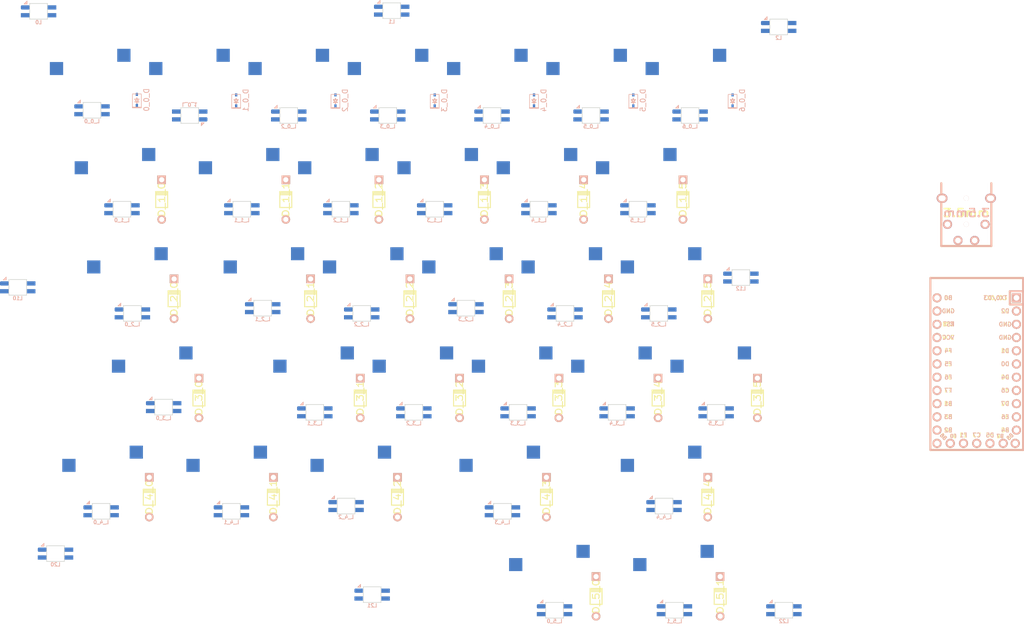
<source format=kicad_pcb>
(kicad_pcb (version 20211014) (generator pcbnew)
  (layers (0 "F.Cu" signal) (31 "B.Cu" signal) (34 "B.Paste" user) (35 "F.Paste" user) (36 "B.SilkS" user "B.Silkscreen") (37 "F.SilkS" user "F.Silkscreen") (38 "B.Mask" user) (39 "F.Mask" user) (44 "Edge.Cuts" user))
  (net 0 "")
  (net 1 "+5V")
  (net 2 "GND")
  (net 3 "col0")
  (net 4 "col1")
  (net 5 "col2")
  (net 6 "col3")
  (net 7 "col4")
  (net 8 "col5")
  (net 9 "col6")
  (net 10 "row0")
  (net 11 "row1")
  (net 12 "row4")
  (net 13 "row2")
  (net 14 "row3")
  (net 15 "row5")
  (net 45 "Net-(D_0_0-Pad2)")
  (net 46 "Net-(D_0_1-Pad2)")
  (net 47 "Net-(D_0_2-Pad2)")
  (net 48 "Net-(D_0_3-Pad2)")
  (net 49 "Net-(D_0_4-Pad2)")
  (net 50 "Net-(D_0_5-Pad2)")
  (net 51 "Net-(D_0_6-Pad2)")
  (net 52 "Net-(D_1_0-Pad2)")
  (net 53 "Net-(D_1_1-Pad2)")
  (net 54 "Net-(D_1_2-Pad2)")
  (net 55 "Net-(D_1_3-Pad2)")
  (net 56 "Net-(D_1_4-Pad2)")
  (net 57 "Net-(D_1_5-Pad2)")
  (net 58 "Net-(D_2_0-Pad2)")
  (net 59 "Net-(D_2_1-Pad2)")
  (net 60 "Net-(D_2_2-Pad2)")
  (net 61 "Net-(D_2_3-Pad2)")
  (net 62 "Net-(D_2_4-Pad2)")
  (net 63 "Net-(D_2_5-Pad2)")
  (net 64 "Net-(D_3_0-Pad2)")
  (net 65 "Net-(D_3_1-Pad2)")
  (net 66 "Net-(D_3_2-Pad2)")
  (net 67 "Net-(D_3_3-Pad2)")
  (net 68 "Net-(D_3_4-Pad2)")
  (net 69 "Net-(D_3_5-Pad2)")
  (net 70 "Net-(D_4_0-Pad2)")
  (net 71 "Net-(D_4_1-Pad2)")
  (net 72 "Net-(D_4_2-Pad2)")
  (net 73 "Net-(D_4_3-Pad2)")
  (net 74 "Net-(D_4_4-Pad2)")
  (net 75 "Net-(D_5_0-Pad2)")
  (net 76 "Net-(D_5_1-Pad2)")
  (footprint "MX_Only:MXOnly-1U-Hotswap" (layer "F.Cu") (at 26.19375 28.575)
    (fp_text reference "S_0_0")
    (fp_text value "SW_Push")
    (pad "" np_thru_hole circle locked (at -3.81 -2.54) (size 3 3) (drill 3) (layers *.Cu *.Mask))
    (pad "" np_thru_hole circle locked (at -5.08 0 48.0996) (size 1.75 1.75) (drill 1.75) (layers *.Cu *.Mask))
    (pad "" np_thru_hole circle locked (at 2.54 -5.08) (size 3 3) (drill 3) (layers *.Cu *.Mask))
    (pad "" np_thru_hole circle locked (at 0 0) (size 3.9878 3.9878) (drill 3.9878) (layers *.Cu *.Mask))
    (pad "" np_thru_hole circle locked (at 5.08 0 48.0996) (size 1.75 1.75) (drill 1.75) (layers *.Cu *.Mask))
    (pad "1" smd rect locked (at -7.085 -2.54) (size 2.55 2.5) (layers "B.Cu" "B.Paste" "B.Mask") (net 10 "row0"))
    (pad "2" smd rect locked (at 5.842 -5.08) (size 2.55 2.5) (layers "B.Cu" "B.Paste" "B.Mask") (net 45 "Net-(D_0_0-Pad2)"))
  )
  (footprint "Keebio-Parts:Diode" (layer "F.Cu") (at 105.965625 70.246875 90)
    (fp_text reference "D_2_3" (at 0 0 90) (layer "F.SilkS") (effects (font (size 1.27 1.524) (thickness 0.2032))))
    (fp_text value "D" hide)
    (pad "1" thru_hole circle locked (at -3.81 0 90) (size 1.651 1.651) (drill 0.9906) (layers *.Cu *.SilkS *.Mask) (net 7 "col4"))
    (pad "2" thru_hole rect locked (at 3.81 0 90) (size 1.651 1.651) (drill 0.9906) (layers *.Cu *.SilkS *.Mask) (net 61 "Net-(D_2_3-Pad2)"))
  )
  (footprint "Keebio-Parts:Diode" (layer "F.Cu") (at 63.103125 51.196875 90)
    (fp_text reference "D_1_1" (at 0 0 90) (layer "F.SilkS") (effects (font (size 1.27 1.524) (thickness 0.2032))))
    (fp_text value "D" hide)
    (pad "1" thru_hole circle locked (at -3.81 0 90) (size 1.651 1.651) (drill 0.9906) (layers *.Cu *.SilkS *.Mask) (net 5 "col2"))
    (pad "2" thru_hole rect locked (at 3.81 0 90) (size 1.651 1.651) (drill 0.9906) (layers *.Cu *.SilkS *.Mask) (net 53 "Net-(D_1_1-Pad2)"))
  )
  (footprint "Keebio-Parts:Diode" (layer "F.Cu") (at 84.534375 108.346875 90)
    (fp_text reference "D_4_2" (at 0 0 90) (layer "F.SilkS") (effects (font (size 1.27 1.524) (thickness 0.2032))))
    (fp_text value "D" hide)
    (pad "1" thru_hole circle locked (at -3.81 0 90) (size 1.651 1.651) (drill 0.9906) (layers *.Cu *.SilkS *.Mask) (net 6 "col3"))
    (pad "2" thru_hole rect locked (at 3.81 0 90) (size 1.651 1.651) (drill 0.9906) (layers *.Cu *.SilkS *.Mask) (net 72 "Net-(D_4_2-Pad2)"))
  )
  (footprint "Keebio-Parts:Diode" (layer "F.Cu") (at 86.915625 70.246875 90)
    (fp_text reference "D_2_2" (at 0 0 90) (layer "F.SilkS") (effects (font (size 1.27 1.524) (thickness 0.2032))))
    (fp_text value "D" hide)
    (pad "1" thru_hole circle locked (at -3.81 0 90) (size 1.651 1.651) (drill 0.9906) (layers *.Cu *.SilkS *.Mask) (net 6 "col3"))
    (pad "2" thru_hole rect locked (at 3.81 0 90) (size 1.651 1.651) (drill 0.9906) (layers *.Cu *.SilkS *.Mask) (net 60 "Net-(D_2_2-Pad2)"))
  )
  (footprint "MX_Only:MXOnly-1U-Hotswap" (layer "F.Cu") (at 116.68125 66.675)
    (fp_text reference "S_2_4")
    (fp_text value "SW_Push")
    (pad "" np_thru_hole circle locked (at 0 0) (size 3.9878 3.9878) (drill 3.9878) (layers *.Cu *.Mask))
    (pad "" np_thru_hole circle locked (at 5.08 0 48.0996) (size 1.75 1.75) (drill 1.75) (layers *.Cu *.Mask))
    (pad "" np_thru_hole circle locked (at 2.54 -5.08) (size 3 3) (drill 3) (layers *.Cu *.Mask))
    (pad "" np_thru_hole circle locked (at -5.08 0 48.0996) (size 1.75 1.75) (drill 1.75) (layers *.Cu *.Mask))
    (pad "" np_thru_hole circle locked (at -3.81 -2.54) (size 3 3) (drill 3) (layers *.Cu *.Mask))
    (pad "1" smd rect locked (at -7.085 -2.54) (size 2.55 2.5) (layers "B.Cu" "B.Paste" "B.Mask") (net 13 "row2"))
    (pad "2" smd rect locked (at 5.842 -5.08) (size 2.55 2.5) (layers "B.Cu" "B.Paste" "B.Mask") (net 62 "Net-(D_2_4-Pad2)"))
  )
  (footprint "Keebio-Parts:Diode" (layer "F.Cu") (at 144.065625 108.346875 90)
    (fp_text reference "D_4_4" (at 0 0 90) (layer "F.SilkS") (effects (font (size 1.27 1.524) (thickness 0.2032))))
    (fp_text value "D" hide)
    (pad "1" thru_hole circle locked (at -3.81 0 90) (size 1.651 1.651) (drill 0.9906) (layers *.Cu *.SilkS *.Mask) (net 9 "col6"))
    (pad "2" thru_hole rect locked (at 3.81 0 90) (size 1.651 1.651) (drill 0.9906) (layers *.Cu *.SilkS *.Mask) (net 74 "Net-(D_4_4-Pad2)"))
  )
  (footprint "Keebio-Parts:Diode" (layer "F.Cu") (at 125.015625 70.246875 90)
    (fp_text reference "D_2_4" (at 0 0 90) (layer "F.SilkS") (effects (font (size 1.27 1.524) (thickness 0.2032))))
    (fp_text value "D" hide)
    (pad "1" thru_hole circle locked (at -3.81 0 90) (size 1.651 1.651) (drill 0.9906) (layers *.Cu *.SilkS *.Mask) (net 8 "col5"))
    (pad "2" thru_hole rect locked (at 3.81 0 90) (size 1.651 1.651) (drill 0.9906) (layers *.Cu *.SilkS *.Mask) (net 62 "Net-(D_2_4-Pad2)"))
  )
  (footprint "Keebio-Parts:Diode" (layer "F.Cu") (at 39.290625 51.196875 90)
    (fp_text reference "D_1_0" (at 0 0 90) (layer "F.SilkS") (effects (font (size 1.27 1.524) (thickness 0.2032))))
    (fp_text value "D" hide)
    (pad "1" thru_hole circle locked (at -3.81 0 90) (size 1.651 1.651) (drill 0.9906) (layers *.Cu *.SilkS *.Mask) (net 3 "col0"))
    (pad "2" thru_hole rect locked (at 3.81 0 90) (size 1.651 1.651) (drill 0.9906) (layers *.Cu *.SilkS *.Mask) (net 52 "Net-(D_1_0-Pad2)"))
  )
  (footprint "MX_Only:MXOnly-1.75U-Hotswap" (layer "F.Cu") (at 104.775 104.775)
    (fp_text reference "S_4_3")
    (fp_text value "SW_Push")
    (pad "" np_thru_hole circle locked (at -5.08 0 48.0996) (size 1.75 1.75) (drill 1.75) (layers *.Cu *.Mask))
    (pad "" np_thru_hole circle locked (at 2.54 -5.08) (size 3 3) (drill 3) (layers *.Cu *.Mask))
    (pad "" np_thru_hole circle locked (at 5.08 0 48.0996) (size 1.75 1.75) (drill 1.75) (layers *.Cu *.Mask))
    (pad "" np_thru_hole circle locked (at -3.81 -2.54) (size 3 3) (drill 3) (layers *.Cu *.Mask))
    (pad "" np_thru_hole circle locked (at 0 0) (size 3.9878 3.9878) (drill 3.9878) (layers *.Cu *.Mask))
    (pad "1" smd rect locked (at -7.085 -2.54) (size 2.55 2.5) (layers "B.Cu" "B.Paste" "B.Mask") (net 12 "row4"))
    (pad "2" smd rect locked (at 5.842 -5.08) (size 2.55 2.5) (layers "B.Cu" "B.Paste" "B.Mask") (net 73 "Net-(D_4_3-Pad2)"))
  )
  (footprint "Keebio-Parts:Diode" (layer "F.Cu") (at 146.446875 127.396875 90)
    (fp_text reference "D_5_1" (at 0 0 90) (layer "F.SilkS") (effects (font (size 1.27 1.524) (thickness 0.2032))))
    (fp_text value "D" hide)
    (pad "1" thru_hole circle locked (at -3.81 0 90) (size 1.651 1.651) (drill 0.9906) (layers *.Cu *.SilkS *.Mask) (net 9 "col6"))
    (pad "2" thru_hole rect locked (at 3.81 0 90) (size 1.651 1.651) (drill 0.9906) (layers *.Cu *.SilkS *.Mask) (net 76 "Net-(D_5_1-Pad2)"))
  )
  (footprint "MX_Only:MXOnly-1U-Hotswap" (layer "F.Cu") (at 59.53125 66.675)
    (fp_text reference "S_2_1")
    (fp_text value "SW_Push")
    (pad "" np_thru_hole circle locked (at -3.81 -2.54) (size 3 3) (drill 3) (layers *.Cu *.Mask))
    (pad "" np_thru_hole circle locked (at 2.54 -5.08) (size 3 3) (drill 3) (layers *.Cu *.Mask))
    (pad "" np_thru_hole circle locked (at 0 0) (size 3.9878 3.9878) (drill 3.9878) (layers *.Cu *.Mask))
    (pad "" np_thru_hole circle locked (at -5.08 0 48.0996) (size 1.75 1.75) (drill 1.75) (layers *.Cu *.Mask))
    (pad "" np_thru_hole circle locked (at 5.08 0 48.0996) (size 1.75 1.75) (drill 1.75) (layers *.Cu *.Mask))
    (pad "1" smd rect locked (at -7.085 -2.54) (size 2.55 2.5) (layers "B.Cu" "B.Paste" "B.Mask") (net 13 "row2"))
    (pad "2" smd rect locked (at 5.842 -5.08) (size 2.55 2.5) (layers "B.Cu" "B.Paste" "B.Mask") (net 59 "Net-(D_2_1-Pad2)"))
  )
  (footprint "Keebio-Parts:Diode" (layer "F.Cu") (at 153.590625 89.296875 90)
    (fp_text reference "D_3_5" (at 0 0 90) (layer "F.SilkS") (effects (font (size 1.27 1.524) (thickness 0.2032))))
    (fp_text value "D" hide)
    (pad "1" thru_hole circle locked (at -3.81 0 90) (size 1.651 1.651) (drill 0.9906) (layers *.Cu *.SilkS *.Mask) (net 9 "col6"))
    (pad "2" thru_hole rect locked (at 3.81 0 90) (size 1.651 1.651) (drill 0.9906) (layers *.Cu *.SilkS *.Mask) (net 69 "Net-(D_3_5-Pad2)"))
  )
  (footprint "MX_Only:MXOnly-1U-Hotswap" (layer "F.Cu") (at 45.24375 28.575)
    (fp_text reference "S_0_1")
    (fp_text value "SW_Push")
    (pad "" np_thru_hole circle locked (at 0 0) (size 3.9878 3.9878) (drill 3.9878) (layers *.Cu *.Mask))
    (pad "" np_thru_hole circle locked (at 2.54 -5.08) (size 3 3) (drill 3) (layers *.Cu *.Mask))
    (pad "" np_thru_hole circle locked (at -3.81 -2.54) (size 3 3) (drill 3) (layers *.Cu *.Mask))
    (pad "" np_thru_hole circle locked (at 5.08 0 48.0996) (size 1.75 1.75) (drill 1.75) (layers *.Cu *.Mask))
    (pad "" np_thru_hole circle locked (at -5.08 0 48.0996) (size 1.75 1.75) (drill 1.75) (layers *.Cu *.Mask))
    (pad "1" smd rect locked (at -7.085 -2.54) (size 2.55 2.5) (layers "B.Cu" "B.Paste" "B.Mask") (net 10 "row0"))
    (pad "2" smd rect locked (at 5.842 -5.08) (size 2.55 2.5) (layers "B.Cu" "B.Paste" "B.Mask") (net 46 "Net-(D_0_1-Pad2)"))
  )
  (footprint "Keebio-Parts:Diode" (layer "F.Cu") (at 46.434375 89.296875 90)
    (fp_text reference "D_3_0" (at 0 0 90) (layer "F.SilkS") (effects (font (size 1.27 1.524) (thickness 0.2032))))
    (fp_text value "D" hide)
    (pad "1" thru_hole circle locked (at -3.81 0 90) (size 1.651 1.651) (drill 0.9906) (layers *.Cu *.SilkS *.Mask) (net 3 "col0"))
    (pad "2" thru_hole rect locked (at 3.81 0 90) (size 1.651 1.651) (drill 0.9906) (layers *.Cu *.SilkS *.Mask) (net 64 "Net-(D_3_0-Pad2)"))
  )
  (footprint "MX_Only:MXOnly-1U-Hotswap" (layer "F.Cu") (at 69.05625 85.725)
    (fp_text reference "S_3_1")
    (fp_text value "SW_Push")
    (pad "" np_thru_hole circle locked (at 0 0) (size 3.9878 3.9878) (drill 3.9878) (layers *.Cu *.Mask))
    (pad "" np_thru_hole circle locked (at 5.08 0 48.0996) (size 1.75 1.75) (drill 1.75) (layers *.Cu *.Mask))
    (pad "" np_thru_hole circle locked (at -5.08 0 48.0996) (size 1.75 1.75) (drill 1.75) (layers *.Cu *.Mask))
    (pad "" np_thru_hole circle locked (at -3.81 -2.54) (size 3 3) (drill 3) (layers *.Cu *.Mask))
    (pad "" np_thru_hole circle locked (at 2.54 -5.08) (size 3 3) (drill 3) (layers *.Cu *.Mask))
    (pad "1" smd rect locked (at -7.085 -2.54) (size 2.55 2.5) (layers "B.Cu" "B.Paste" "B.Mask") (net 14 "row3"))
    (pad "2" smd rect locked (at 5.842 -5.08) (size 2.55 2.5) (layers "B.Cu" "B.Paste" "B.Mask") (net 65 "Net-(D_3_1-Pad2)"))
  )
  (footprint "MX_Only:MXOnly-1U-Hotswap" (layer "F.Cu") (at 130.96875 47.625)
    (fp_text reference "S_1_5")
    (fp_text value "SW_Push")
    (pad "" np_thru_hole circle locked (at -3.81 -2.54) (size 3 3) (drill 3) (layers *.Cu *.Mask))
    (pad "" np_thru_hole circle locked (at -5.08 0 48.0996) (size 1.75 1.75) (drill 1.75) (layers *.Cu *.Mask))
    (pad "" np_thru_hole circle locked (at 0 0) (size 3.9878 3.9878) (drill 3.9878) (layers *.Cu *.Mask))
    (pad "" np_thru_hole circle locked (at 5.08 0 48.0996) (size 1.75 1.75) (drill 1.75) (layers *.Cu *.Mask))
    (pad "" np_thru_hole circle locked (at 2.54 -5.08) (size 3 3) (drill 3) (layers *.Cu *.Mask))
    (pad "1" smd rect locked (at -7.085 -2.54) (size 2.55 2.5) (layers "B.Cu" "B.Paste" "B.Mask") (net 11 "row1"))
    (pad "2" smd rect locked (at 5.842 -5.08) (size 2.55 2.5) (layers "B.Cu" "B.Paste" "B.Mask") (net 57 "Net-(D_1_5-Pad2)"))
  )
  (footprint "MX_Only:MXOnly-1U-Hotswap" (layer "F.Cu") (at 121.44375 28.575)
    (fp_text reference "S_0_5")
    (fp_text value "SW_Push")
    (pad "" np_thru_hole circle locked (at -3.81 -2.54) (size 3 3) (drill 3) (layers *.Cu *.Mask))
    (pad "" np_thru_hole circle locked (at 2.54 -5.08) (size 3 3) (drill 3) (layers *.Cu *.Mask))
    (pad "" np_thru_hole circle locked (at 5.08 0 48.0996) (size 1.75 1.75) (drill 1.75) (layers *.Cu *.Mask))
    (pad "" np_thru_hole circle locked (at -5.08 0 48.0996) (size 1.75 1.75) (drill 1.75) (layers *.Cu *.Mask))
    (pad "" np_thru_hole circle locked (at 0 0) (size 3.9878 3.9878) (drill 3.9878) (layers *.Cu *.Mask))
    (pad "1" smd rect locked (at -7.085 -2.54) (size 2.55 2.5) (layers "B.Cu" "B.Paste" "B.Mask") (net 10 "row0"))
    (pad "2" smd rect locked (at 5.842 -5.08) (size 2.55 2.5) (layers "B.Cu" "B.Paste" "B.Mask") (net 50 "Net-(D_0_5-Pad2)"))
  )
  (footprint "Keebio-Parts:Diode" (layer "F.Cu") (at 101.203125 51.196875 90)
    (fp_text reference "D_1_3" (at 0 0 90) (layer "F.SilkS") (effects (font (size 1.27 1.524) (thickness 0.2032))))
    (fp_text value "D" hide)
    (pad "1" thru_hole circle locked (at -3.81 0 90) (size 1.651 1.651) (drill 0.9906) (layers *.Cu *.SilkS *.Mask) (net 7 "col4"))
    (pad "2" thru_hole rect locked (at 3.81 0 90) (size 1.651 1.651) (drill 0.9906) (layers *.Cu *.SilkS *.Mask) (net 55 "Net-(D_1_3-Pad2)"))
  )
  (footprint "MX_Only:MXOnly-1U-Hotswap" (layer "F.Cu") (at 83.34375 28.575)
    (fp_text reference "S_0_3")
    (fp_text value "SW_Push")
    (pad "" np_thru_hole circle locked (at 0 0) (size 3.9878 3.9878) (drill 3.9878) (layers *.Cu *.Mask))
    (pad "" np_thru_hole circle locked (at -3.81 -2.54) (size 3 3) (drill 3) (layers *.Cu *.Mask))
    (pad "" np_thru_hole circle locked (at -5.08 0 48.0996) (size 1.75 1.75) (drill 1.75) (layers *.Cu *.Mask))
    (pad "" np_thru_hole circle locked (at 2.54 -5.08) (size 3 3) (drill 3) (layers *.Cu *.Mask))
    (pad "" np_thru_hole circle locked (at 5.08 0 48.0996) (size 1.75 1.75) (drill 1.75) (layers *.Cu *.Mask))
    (pad "1" smd rect locked (at -7.085 -2.54) (size 2.55 2.5) (layers "B.Cu" "B.Paste" "B.Mask") (net 10 "row0"))
    (pad "2" smd rect locked (at 5.842 -5.08) (size 2.55 2.5) (layers "B.Cu" "B.Paste" "B.Mask") (net 48 "Net-(D_0_3-Pad2)"))
  )
  (footprint "MX_Only:MXOnly-1U-Hotswap" (layer "F.Cu") (at 54.76875 47.625)
    (fp_text reference "S_1_1")
    (fp_text value "SW_Push")
    (pad "" np_thru_hole circle locked (at 5.08 0 48.0996) (size 1.75 1.75) (drill 1.75) (layers *.Cu *.Mask))
    (pad "" np_thru_hole circle locked (at 2.54 -5.08) (size 3 3) (drill 3) (layers *.Cu *.Mask))
    (pad "" np_thru_hole circle locked (at -3.81 -2.54) (size 3 3) (drill 3) (layers *.Cu *.Mask))
    (pad "" np_thru_hole circle locked (at 0 0) (size 3.9878 3.9878) (drill 3.9878) (layers *.Cu *.Mask))
    (pad "" np_thru_hole circle locked (at -5.08 0 48.0996) (size 1.75 1.75) (drill 1.75) (layers *.Cu *.Mask))
    (pad "1" smd rect locked (at -7.085 -2.54) (size 2.55 2.5) (layers "B.Cu" "B.Paste" "B.Mask") (net 11 "row1"))
    (pad "2" smd rect locked (at 5.842 -5.08) (size 2.55 2.5) (layers "B.Cu" "B.Paste" "B.Mask") (net 53 "Net-(D_1_1-Pad2)"))
  )
  (footprint "Keebio-Parts:Diode" (layer "F.Cu") (at 80.9625 51.196875 90)
    (fp_text reference "D_1_2" (at 0 0 90) (layer "F.SilkS") (effects (font (size 1.27 1.524) (thickness 0.2032))))
    (fp_text value "D" hide)
    (pad "1" thru_hole circle locked (at -3.81 0 90) (size 1.651 1.651) (drill 0.9906) (layers *.Cu *.SilkS *.Mask) (net 6 "col3"))
    (pad "2" thru_hole rect locked (at 3.81 0 90) (size 1.651 1.651) (drill 0.9906) (layers *.Cu *.SilkS *.Mask) (net 54 "Net-(D_1_2-Pad2)"))
  )
  (footprint "Keebio-Parts:Diode" (layer "F.Cu") (at 115.490625 89.296875 90)
    (fp_text reference "D_3_3" (at 0 0 90) (layer "F.SilkS") (effects (font (size 1.27 1.524) (thickness 0.2032))))
    (fp_text value "D" hide)
    (pad "1" thru_hole circle locked (at -3.81 0 90) (size 1.651 1.651) (drill 0.9906) (layers *.Cu *.SilkS *.Mask) (net 7 "col4"))
    (pad "2" thru_hole rect locked (at 3.81 0 90) (size 1.651 1.651) (drill 0.9906) (layers *.Cu *.SilkS *.Mask) (net 67 "Net-(D_3_3-Pad2)"))
  )
  (footprint "Keebio-Parts:Diode" (layer "F.Cu") (at 120.253125 51.196875 90)
    (fp_text reference "D_1_4" (at 0 0 90) (layer "F.SilkS") (effects (font (size 1.27 1.524) (thickness 0.2032))))
    (fp_text value "D" hide)
    (pad "1" thru_hole circle locked (at -3.81 0 90) (size 1.651 1.651) (drill 0.9906) (layers *.Cu *.SilkS *.Mask) (net 8 "col5"))
    (pad "2" thru_hole rect locked (at 3.81 0 90) (size 1.651 1.651) (drill 0.9906) (layers *.Cu *.SilkS *.Mask) (net 56 "Net-(D_1_4-Pad2)"))
  )
  (footprint "MX_Only:MXOnly-1.25U-Hotswap" (layer "F.Cu") (at 114.3 123.825)
    (fp_text reference "S_5_0")
    (fp_text value "SW_Push")
    (pad "" np_thru_hole circle locked (at -3.81 -2.54) (size 3 3) (drill 3) (layers *.Cu *.Mask))
    (pad "" np_thru_hole circle locked (at 5.08 0 48.0996) (size 1.75 1.75) (drill 1.75) (layers *.Cu *.Mask))
    (pad "" np_thru_hole circle locked (at -5.08 0 48.0996) (size 1.75 1.75) (drill 1.75) (layers *.Cu *.Mask))
    (pad "" np_thru_hole circle locked (at 0 0) (size 3.9878 3.9878) (drill 3.9878) (layers *.Cu *.Mask))
    (pad "" np_thru_hole circle locked (at 2.54 -5.08) (size 3 3) (drill 3) (layers *.Cu *.Mask))
    (pad "1" smd rect locked (at -7.085 -2.54) (size 2.55 2.5) (layers "B.Cu" "B.Paste" "B.Mask") (net 15 "row5"))
    (pad "2" smd rect locked (at 5.842 -5.08) (size 2.55 2.5) (layers "B.Cu" "B.Paste" "B.Mask") (net 75 "Net-(D_5_0-Pad2)"))
  )
  (footprint "MX_Only:MXOnly-1.25U-Hotswap" (layer "F.Cu") (at 28.575 104.775)
    (fp_text reference "S_4_0")
    (fp_text value "SW_Push")
    (pad "" np_thru_hole circle locked (at 0 0) (size 3.9878 3.9878) (drill 3.9878) (layers *.Cu *.Mask))
    (pad "" np_thru_hole circle locked (at 5.08 0 48.0996) (size 1.75 1.75) (drill 1.75) (layers *.Cu *.Mask))
    (pad "" np_thru_hole circle locked (at 2.54 -5.08) (size 3 3) (drill 3) (layers *.Cu *.Mask))
    (pad "" np_thru_hole circle locked (at -3.81 -2.54) (size 3 3) (drill 3) (layers *.Cu *.Mask))
    (pad "" np_thru_hole circle locked (at -5.08 0 48.0996) (size 1.75 1.75) (drill 1.75) (layers *.Cu *.Mask))
    (pad "1" smd rect locked (at -7.085 -2.54) (size 2.55 2.5) (layers "B.Cu" "B.Paste" "B.Mask") (net 12 "row4"))
    (pad "2" smd rect locked (at 5.842 -5.08) (size 2.55 2.5) (layers "B.Cu" "B.Paste" "B.Mask") (net 70 "Net-(D_4_0-Pad2)"))
  )
  (footprint "Keebio-Parts:Diode" (layer "F.Cu") (at 60.721875 108.346875 90)
    (fp_text reference "D_4_1" (at 0 0 90) (layer "F.SilkS") (effects (font (size 1.27 1.524) (thickness 0.2032))))
    (fp_text value "D" hide)
    (pad "1" thru_hole circle locked (at -3.81 0 90) (size 1.651 1.651) (drill 0.9906) (layers *.Cu *.SilkS *.Mask) (net 5 "col2"))
    (pad "2" thru_hole rect locked (at 3.81 0 90) (size 1.651 1.651) (drill 0.9906) (layers *.Cu *.SilkS *.Mask) (net 71 "Net-(D_4_1-Pad2)"))
  )
  (footprint "Keebio-Parts:Diode" (layer "F.Cu") (at 96.440625 89.296875 90)
    (fp_text reference "D_3_2" (at 0 0 90) (layer "F.SilkS") (effects (font (size 1.27 1.524) (thickness 0.2032))))
    (fp_text value "D" hide)
    (pad "1" thru_hole circle locked (at -3.81 0 90) (size 1.651 1.651) (drill 0.9906) (layers *.Cu *.SilkS *.Mask) (net 6 "col3"))
    (pad "2" thru_hole rect locked (at 3.81 0 90) (size 1.651 1.651) (drill 0.9906) (layers *.Cu *.SilkS *.Mask) (net 66 "Net-(D_3_2-Pad2)"))
  )
  (footprint "Keebio-Parts:Diode" (layer "F.Cu") (at 36.909375 108.346875 90)
    (fp_text reference "D_4_0" (at 0 0 90) (layer "F.SilkS") (effects (font (size 1.27 1.524) (thickness 0.2032))))
    (fp_text value "D" hide)
    (pad "1" thru_hole circle locked (at -3.81 0 90) (size 1.651 1.651) (drill 0.9906) (layers *.Cu *.SilkS *.Mask) (net 3 "col0"))
    (pad "2" thru_hole rect locked (at 3.81 0 90) (size 1.651 1.651) (drill 0.9906) (layers *.Cu *.SilkS *.Mask) (net 70 "Net-(D_4_0-Pad2)"))
  )
  (footprint "MX_Only:MXOnly-1.5U-Hotswap" (layer "F.Cu") (at 30.95625 47.625)
    (fp_text reference "S_1_0")
    (fp_text value "SW_Push")
    (pad "" np_thru_hole circle locked (at 2.54 -5.08) (size 3 3) (drill 3) (layers *.Cu *.Mask))
    (pad "" np_thru_hole circle locked (at 5.08 0 48.0996) (size 1.75 1.75) (drill 1.75) (layers *.Cu *.Mask))
    (pad "" np_thru_hole circle locked (at -5.08 0 48.0996) (size 1.75 1.75) (drill 1.75) (layers *.Cu *.Mask))
    (pad "" np_thru_hole circle locked (at -3.81 -2.54) (size 3 3) (drill 3) (layers *.Cu *.Mask))
    (pad "" np_thru_hole circle locked (at 0 0) (size 3.9878 3.9878) (drill 3.9878) (layers *.Cu *.Mask))
    (pad "1" smd rect locked (at -7.085 -2.54) (size 2.55 2.5) (layers "B.Cu" "B.Paste" "B.Mask") (net 11 "row1"))
    (pad "2" smd rect locked (at 5.842 -5.08) (size 2.55 2.5) (layers "B.Cu" "B.Paste" "B.Mask") (net 52 "Net-(D_1_0-Pad2)"))
  )
  (footprint "MX_Only:MXOnly-1.5U-Hotswap" (layer "F.Cu") (at 135.73125 104.775)
    (fp_text reference "S_4_4")
    (fp_text value "SW_Push")
    (pad "" np_thru_hole circle locked (at 0 0) (size 3.9878 3.9878) (drill 3.9878) (layers *.Cu *.Mask))
    (pad "" np_thru_hole circle locked (at -3.81 -2.54) (size 3 3) (drill 3) (layers *.Cu *.Mask))
    (pad "" np_thru_hole circle locked (at 2.54 -5.08) (size 3 3) (drill 3) (layers *.Cu *.Mask))
    (pad "" np_thru_hole circle locked (at -5.08 0 48.0996) (size 1.75 1.75) (drill 1.75) (layers *.Cu *.Mask))
    (pad "" np_thru_hole circle locked (at 5.08 0 48.0996) (size 1.75 1.75) (drill 1.75) (layers *.Cu *.Mask))
    (pad "1" smd rect locked (at -7.085 -2.54) (size 2.55 2.5) (layers "B.Cu" "B.Paste" "B.Mask") (net 12 "row4"))
    (pad "2" smd rect locked (at 5.842 -5.08) (size 2.55 2.5) (layers "B.Cu" "B.Paste" "B.Mask") (net 74 "Net-(D_4_4-Pad2)"))
  )
  (footprint "MX_Only:MXOnly-2.25U-Hotswap" (layer "F.Cu") (at 38.1 85.725)
    (fp_text reference "S_3_0")
    (fp_text value "SW_Push")
    (pad "" np_thru_hole circle locked (at -5.08 0 48.0996) (size 1.75 1.75) (drill 1.75) (layers *.Cu *.Mask))
    (pad "" np_thru_hole circle locked (at -11.938 8.255) (size 3.9878 3.9878) (drill 3.9878) (layers *.Cu *.Mask))
    (pad "" np_thru_hole circle locked (at -3.81 -2.54) (size 3 3) (drill 3) (layers *.Cu *.Mask))
    (pad "" np_thru_hole circle locked (at 2.54 -5.08) (size 3 3) (drill 3) (layers *.Cu *.Mask))
    (pad "" np_thru_hole circle locked (at 5.08 0 48.0996) (size 1.75 1.75) (drill 1.75) (layers *.Cu *.Mask))
    (pad "" np_thru_hole circle locked (at -11.938 -6.985) (size 3.048 3.048) (drill 3.048) (layers *.Cu *.Mask))
    (pad "" np_thru_hole circle locked (at 0 0) (size 3.9878 3.9878) (drill 3.9878) (layers *.Cu *.Mask))
    (pad "" np_thru_hole circle locked (at 11.938 8.255) (size 3.9878 3.9878) (drill 3.9878) (layers *.Cu *.Mask))
    (pad "" np_thru_hole circle locked (at 11.938 -6.985) (size 3.048 3.048) (drill 3.048) (layers *.Cu *.Mask))
    (pad "1" smd rect locked (at -7.085 -2.54) (size 2.55 2.5) (layers "B.Cu" "B.Paste" "B.Mask") (net 14 "row3"))
    (pad "2" smd rect locked (at 5.842 -5.08) (size 2.55 2.5) (layers "B.Cu" "B.Paste" "B.Mask") (net 64 "Net-(D_3_0-Pad2)"))
  )
  (footprint "Keebio-Parts:Diode" (layer "F.Cu") (at 67.865625 70.246875 90)
    (fp_text reference "D_2_1" (at 0 0 90) (layer "F.SilkS") (effects (font (size 1.27 1.524) (thickness 0.2032))))
    (fp_text value "D" hide)
    (pad "1" thru_hole circle locked (at -3.81 0 90) (size 1.651 1.651) (drill 0.9906) (layers *.Cu *.SilkS *.Mask) (net 5 "col2"))
    (pad "2" thru_hole rect locked (at 3.81 0 90) (size 1.651 1.651) (drill 0.9906) (layers *.Cu *.SilkS *.Mask) (net 59 "Net-(D_2_1-Pad2)"))
  )
  (footprint "MX_Only:MXOnly-1U-Hotswap" (layer "F.Cu") (at 73.81875 47.625)
    (fp_text reference "S_1_2")
    (fp_text value "SW_Push")
    (pad "" np_thru_hole circle locked (at 5.08 0 48.0996) (size 1.75 1.75) (drill 1.75) (layers *.Cu *.Mask))
    (pad "" np_thru_hole circle locked (at 0 0) (size 3.9878 3.9878) (drill 3.9878) (layers *.Cu *.Mask))
    (pad "" np_thru_hole circle locked (at -3.81 -2.54) (size 3 3) (drill 3) (layers *.Cu *.Mask))
    (pad "" np_thru_hole circle locked (at 2.54 -5.08) (size 3 3) (drill 3) (layers *.Cu *.Mask))
    (pad "" np_thru_hole circle locked (at -5.08 0 48.0996) (size 1.75 1.75) (drill 1.75) (layers *.Cu *.Mask))
    (pad "1" smd rect locked (at -7.085 -2.54) (size 2.55 2.5) (layers "B.Cu" "B.Paste" "B.Mask") (net 11 "row1"))
    (pad "2" smd rect locked (at 5.842 -5.08) (size 2.55 2.5) (layers "B.Cu" "B.Paste" "B.Mask") (net 54 "Net-(D_1_2-Pad2)"))
  )
  (footprint "MX_Only:MXOnly-1U-Hotswap" (layer "F.Cu") (at 102.39375 28.575)
    (fp_text reference "S_0_4")
    (fp_text value "SW_Push")
    (pad "" np_thru_hole circle locked (at 2.54 -5.08) (size 3 3) (drill 3) (layers *.Cu *.Mask))
    (pad "" np_thru_hole circle locked (at -5.08 0 48.0996) (size 1.75 1.75) (drill 1.75) (layers *.Cu *.Mask))
    (pad "" np_thru_hole circle locked (at -3.81 -2.54) (size 3 3) (drill 3) (layers *.Cu *.Mask))
    (pad "" np_thru_hole circle locked (at 5.08 0 48.0996) (size 1.75 1.75) (drill 1.75) (layers *.Cu *.Mask))
    (pad "" np_thru_hole circle locked (at 0 0) (size 3.9878 3.9878) (drill 3.9878) (layers *.Cu *.Mask))
    (pad "1" smd rect locked (at -7.085 -2.54) (size 2.55 2.5) (layers "B.Cu" "B.Paste" "B.Mask") (net 10 "row0"))
    (pad "2" smd rect locked (at 5.842 -5.08) (size 2.55 2.5) (layers "B.Cu" "B.Paste" "B.Mask") (net 49 "Net-(D_0_4-Pad2)"))
  )
  (footprint "MX_Only:MXOnly-1U-Hotswap" (layer "F.Cu") (at 92.86875 47.625)
    (fp_text reference "S_1_3")
    (fp_text value "SW_Push")
    (pad "" np_thru_hole circle locked (at 0 0) (size 3.9878 3.9878) (drill 3.9878) (layers *.Cu *.Mask))
    (pad "" np_thru_hole circle locked (at -5.08 0 48.0996) (size 1.75 1.75) (drill 1.75) (layers *.Cu *.Mask))
    (pad "" np_thru_hole circle locked (at 2.54 -5.08) (size 3 3) (drill 3) (layers *.Cu *.Mask))
    (pad "" np_thru_hole circle locked (at -3.81 -2.54) (size 3 3) (drill 3) (layers *.Cu *.Mask))
    (pad "" np_thru_hole circle locked (at 5.08 0 48.0996) (size 1.75 1.75) (drill 1.75) (layers *.Cu *.Mask))
    (pad "1" smd rect locked (at -7.085 -2.54) (size 2.55 2.5) (layers "B.Cu" "B.Paste" "B.Mask") (net 11 "row1"))
    (pad "2" smd rect locked (at 5.842 -5.08) (size 2.55 2.5) (layers "B.Cu" "B.Paste" "B.Mask") (net 55 "Net-(D_1_3-Pad2)"))
  )
  (footprint "MX_Only:MXOnly-1U-Hotswap" (layer "F.Cu") (at 107.15625 85.725)
    (fp_text reference "S_3_3")
    (fp_text value "SW_Push")
    (pad "" np_thru_hole circle locked (at -5.08 0 48.0996) (size 1.75 1.75) (drill 1.75) (layers *.Cu *.Mask))
    (pad "" np_thru_hole circle locked (at 2.54 -5.08) (size 3 3) (drill 3) (layers *.Cu *.Mask))
    (pad "" np_thru_hole circle locked (at 0 0) (size 3.9878 3.9878) (drill 3.9878) (layers *.Cu *.Mask))
    (pad "" np_thru_hole circle locked (at -3.81 -2.54) (size 3 3) (drill 3) (layers *.Cu *.Mask))
    (pad "" np_thru_hole circle locked (at 5.08 0 48.0996) (size 1.75 1.75) (drill 1.75) (layers *.Cu *.Mask))
    (pad "1" smd rect locked (at -7.085 -2.54) (size 2.55 2.5) (layers "B.Cu" "B.Paste" "B.Mask") (net 14 "row3"))
    (pad "2" smd rect locked (at 5.842 -5.08) (size 2.55 2.5) (layers "B.Cu" "B.Paste" "B.Mask") (net 67 "Net-(D_3_3-Pad2)"))
  )
  (footprint "MX_Only:MXOnly-1U-Hotswap" (layer "F.Cu") (at 88.10625 85.725)
    (fp_text reference "S_3_2")
    (fp_text value "SW_Push")
    (pad "" np_thru_hole circle locked (at -5.08 0 48.0996) (size 1.75 1.75) (drill 1.75) (layers *.Cu *.Mask))
    (pad "" np_thru_hole circle locked (at -3.81 -2.54) (size 3 3) (drill 3) (layers *.Cu *.Mask))
    (pad "" np_thru_hole circle locked (at 5.08 0 48.0996) (size 1.75 1.75) (drill 1.75) (layers *.Cu *.Mask))
    (pad "" np_thru_hole circle locked (at 2.54 -5.08) (size 3 3) (drill 3) (layers *.Cu *.Mask))
    (pad "" np_thru_hole circle locked (at 0 0) (size 3.9878 3.9878) (drill 3.9878) (layers *.Cu *.Mask))
    (pad "1" smd rect locked (at -7.085 -2.54) (size 2.55 2.5) (layers "B.Cu" "B.Paste" "B.Mask") (net 14 "row3"))
    (pad "2" smd rect locked (at 5.842 -5.08) (size 2.55 2.5) (layers "B.Cu" "B.Paste" "B.Mask") (net 66 "Net-(D_3_2-Pad2)"))
  )
  (footprint "Keebio-Parts:Diode" (layer "F.Cu") (at 134.540625 89.296875 90)
    (fp_text reference "D_3_4" (at 0 0 90) (layer "F.SilkS") (effects (font (size 1.27 1.524) (thickness 0.2032))))
    (fp_text value "D" hide)
    (pad "1" thru_hole circle locked (at -3.81 0 90) (size 1.651 1.651) (drill 0.9906) (layers *.Cu *.SilkS *.Mask) (net 8 "col5"))
    (pad "2" thru_hole rect locked (at 3.81 0 90) (size 1.651 1.651) (drill 0.9906) (layers *.Cu *.SilkS *.Mask) (net 68 "Net-(D_3_4-Pad2)"))
  )
  (footprint "MX_Only:MXOnly-1.25U-Hotswap" (layer "F.Cu") (at 76.2 104.775)
    (fp_text reference "S_4_2")
    (fp_text value "SW_Push")
    (pad "" np_thru_hole circle locked (at 0 0) (size 3.9878 3.9878) (drill 3.9878) (layers *.Cu *.Mask))
    (pad "" np_thru_hole circle locked (at 5.08 0 48.0996) (size 1.75 1.75) (drill 1.75) (layers *.Cu *.Mask))
    (pad "" np_thru_hole circle locked (at 2.54 -5.08) (size 3 3) (drill 3) (layers *.Cu *.Mask))
    (pad "" np_thru_hole circle locked (at -5.08 0 48.0996) (size 1.75 1.75) (drill 1.75) (layers *.Cu *.Mask))
    (pad "" np_thru_hole circle locked (at -3.81 -2.54) (size 3 3) (drill 3) (layers *.Cu *.Mask))
    (pad "1" smd rect locked (at -7.085 -2.54) (size 2.55 2.5) (layers "B.Cu" "B.Paste" "B.Mask") (net 12 "row4"))
    (pad "2" smd rect locked (at 5.842 -5.08) (size 2.55 2.5) (layers "B.Cu" "B.Paste" "B.Mask") (net 72 "Net-(D_4_2-Pad2)"))
  )
  (footprint "MX_Only:MXOnly-1U-Hotswap" (layer "F.Cu") (at 140.49375 28.575)
    (fp_text reference "S_0_6")
    (fp_text value "SW_Push")
    (pad "" np_thru_hole circle locked (at -3.81 -2.54) (size 3 3) (drill 3) (layers *.Cu *.Mask))
    (pad "" np_thru_hole circle locked (at 0 0) (size 3.9878 3.9878) (drill 3.9878) (layers *.Cu *.Mask))
    (pad "" np_thru_hole circle locked (at 5.08 0 48.0996) (size 1.75 1.75) (drill 1.75) (layers *.Cu *.Mask))
    (pad "" np_thru_hole circle locked (at -5.08 0 48.0996) (size 1.75 1.75) (drill 1.75) (layers *.Cu *.Mask))
    (pad "" np_thru_hole circle locked (at 2.54 -5.08) (size 3 3) (drill 3) (layers *.Cu *.Mask))
    (pad "1" smd rect locked (at -7.085 -2.54) (size 2.55 2.5) (layers "B.Cu" "B.Paste" "B.Mask") (net 10 "row0"))
    (pad "2" smd rect locked (at 5.842 -5.08) (size 2.55 2.5) (layers "B.Cu" "B.Paste" "B.Mask") (net 51 "Net-(D_0_6-Pad2)"))
  )
  (footprint "Keebio-Parts:Diode" (layer "F.Cu") (at 41.671875 70.246875 90)
    (fp_text reference "D_2_0" (at 0 0 90) (layer "F.SilkS") (effects (font (size 1.27 1.524) (thickness 0.2032))))
    (fp_text value "D" hide)
    (pad "1" thru_hole circle locked (at -3.81 0 90) (size 1.651 1.651) (drill 0.9906) (layers *.Cu *.SilkS *.Mask) (net 3 "col0"))
    (pad "2" thru_hole rect locked (at 3.81 0 90) (size 1.651 1.651) (drill 0.9906) (layers *.Cu *.SilkS *.Mask) (net 58 "Net-(D_2_0-Pad2)"))
  )
  (footprint "MX_Only:MXOnly-1U-Hotswap" (layer "F.Cu") (at 97.63125 66.675)
    (fp_text reference "S_2_3")
    (fp_text value "SW_Push")
    (pad "" np_thru_hole circle locked (at -3.81 -2.54) (size 3 3) (drill 3) (layers *.Cu *.Mask))
    (pad "" np_thru_hole circle locked (at 5.08 0 48.0996) (size 1.75 1.75) (drill 1.75) (layers *.Cu *.Mask))
    (pad "" np_thru_hole circle locked (at -5.08 0 48.0996) (size 1.75 1.75) (drill 1.75) (layers *.Cu *.Mask))
    (pad "" np_thru_hole circle locked (at 2.54 -5.08) (size 3 3) (drill 3) (layers *.Cu *.Mask))
    (pad "" np_thru_hole circle locked (at 0 0) (size 3.9878 3.9878) (drill 3.9878) (layers *.Cu *.Mask))
    (pad "1" smd rect locked (at -7.085 -2.54) (size 2.55 2.5) (layers "B.Cu" "B.Paste" "B.Mask") (net 13 "row2"))
    (pad "2" smd rect locked (at 5.842 -5.08) (size 2.55 2.5) (layers "B.Cu" "B.Paste" "B.Mask") (net 61 "Net-(D_2_3-Pad2)"))
  )
  (footprint "Keebio-Parts:Diode" (layer "F.Cu") (at 144.065625 70.246875 90)
    (fp_text reference "D_2_5" (at 0 0 90) (layer "F.SilkS") (effects (font (size 1.27 1.524) (thickness 0.2032))))
    (fp_text value "D" hide)
    (pad "1" thru_hole circle locked (at -3.81 0 90) (size 1.651 1.651) (drill 0.9906) (layers *.Cu *.SilkS *.Mask) (net 9 "col6"))
    (pad "2" thru_hole rect locked (at 3.81 0 90) (size 1.651 1.651) (drill 0.9906) (layers *.Cu *.SilkS *.Mask) (net 63 "Net-(D_2_5-Pad2)"))
  )
  (footprint "MX_Only:MXOnly-1.75U-Hotswap" (layer "F.Cu") (at 33.3375 66.675)
    (fp_text reference "S_2_0")
    (fp_text value "SW_Push")
    (pad "" np_thru_hole circle locked (at -5.08 0 48.0996) (size 1.75 1.75) (drill 1.75) (layers *.Cu *.Mask))
    (pad "" np_thru_hole circle locked (at 0 0) (size 3.9878 3.9878) (drill 3.9878) (layers *.Cu *.Mask))
    (pad "" np_thru_hole circle locked (at -3.81 -2.54) (size 3 3) (drill 3) (layers *.Cu *.Mask))
    (pad "" np_thru_hole circle locked (at 5.08 0 48.0996) (size 1.75 1.75) (drill 1.75) (layers *.Cu *.Mask))
    (pad "" np_thru_hole circle locked (at 2.54 -5.08) (size 3 3) (drill 3) (layers *.Cu *.Mask))
    (pad "1" smd rect locked (at -7.085 -2.54) (size 2.55 2.5) (layers "B.Cu" "B.Paste" "B.Mask") (net 13 "row2"))
    (pad "2" smd rect locked (at 5.842 -5.08) (size 2.55 2.5) (layers "B.Cu" "B.Paste" "B.Mask") (net 58 "Net-(D_2_0-Pad2)"))
  )
  (footprint "MX_Only:MXOnly-1U-Hotswap" (layer "F.Cu") (at 64.29375 28.575)
    (fp_text reference "S_0_2")
    (fp_text value "SW_Push")
    (pad "" np_thru_hole circle locked (at 5.08 0 48.0996) (size 1.75 1.75) (drill 1.75) (layers *.Cu *.Mask))
    (pad "" np_thru_hole circle locked (at -5.08 0 48.0996) (size 1.75 1.75) (drill 1.75) (layers *.Cu *.Mask))
    (pad "" np_thru_hole circle locked (at 2.54 -5.08) (size 3 3) (drill 3) (layers *.Cu *.Mask))
    (pad "" np_thru_hole circle locked (at -3.81 -2.54) (size 3 3) (drill 3) (layers *.Cu *.Mask))
    (pad "" np_thru_hole circle locked (at 0 0) (size 3.9878 3.9878) (drill 3.9878) (layers *.Cu *.Mask))
    (pad "1" smd rect locked (at -7.085 -2.54) (size 2.55 2.5) (layers "B.Cu" "B.Paste" "B.Mask") (net 10 "row0"))
    (pad "2" smd rect locked (at 5.842 -5.08) (size 2.55 2.5) (layers "B.Cu" "B.Paste" "B.Mask") (net 47 "Net-(D_0_2-Pad2)"))
  )
  (footprint "MX_Only:MXOnly-1U-Hotswap" (layer "F.Cu") (at 145.25625 85.725)
    (fp_text reference "S_3_5")
    (fp_text value "SW_Push")
    (pad "" np_thru_hole circle locked (at 2.54 -5.08) (size 3 3) (drill 3) (layers *.Cu *.Mask))
    (pad "" np_thru_hole circle locked (at 0 0) (size 3.9878 3.9878) (drill 3.9878) (layers *.Cu *.Mask))
    (pad "" np_thru_hole circle locked (at -5.08 0 48.0996) (size 1.75 1.75) (drill 1.75) (layers *.Cu *.Mask))
    (pad "" np_thru_hole circle locked (at 5.08 0 48.0996) (size 1.75 1.75) (drill 1.75) (layers *.Cu *.Mask))
    (pad "" np_thru_hole circle locked (at -3.81 -2.54) (size 3 3) (drill 3) (layers *.Cu *.Mask))
    (pad "1" smd rect locked (at -7.085 -2.54) (size 2.55 2.5) (layers "B.Cu" "B.Paste" "B.Mask") (net 14 "row3"))
    (pad "2" smd rect locked (at 5.842 -5.08) (size 2.55 2.5) (layers "B.Cu" "B.Paste" "B.Mask") (net 69 "Net-(D_3_5-Pad2)"))
  )
  (footprint "Keebio-Parts:Diode" (layer "F.Cu") (at 77.390625 89.296875 90)
    (fp_text reference "D_3_1" (at 0 0 90) (layer "F.SilkS") (effects (font (size 1.27 1.524) (thickness 0.2032))))
    (fp_text value "D" hide)
    (pad "1" thru_hole circle locked (at -3.81 0 90) (size 1.651 1.651) (drill 0.9906) (layers *.Cu *.SilkS *.Mask) (net 5 "col2"))
    (pad "2" thru_hole rect locked (at 3.81 0 90) (size 1.651 1.651) (drill 0.9906) (layers *.Cu *.SilkS *.Mask) (net 65 "Net-(D_3_1-Pad2)"))
  )
  (footprint "MX_Only:MXOnly-1U-Hotswap" (layer "F.Cu") (at 111.91875 47.625)
    (fp_text reference "S_1_4")
    (fp_text value "SW_Push")
    (pad "" np_thru_hole circle locked (at -5.08 0 48.0996) (size 1.75 1.75) (drill 1.75) (layers *.Cu *.Mask))
    (pad "" np_thru_hole circle locked (at 0 0) (size 3.9878 3.9878) (drill 3.9878) (layers *.Cu *.Mask))
    (pad "" np_thru_hole circle locked (at 5.08 0 48.0996) (size 1.75 1.75) (drill 1.75) (layers *.Cu *.Mask))
    (pad "" np_thru_hole circle locked (at -3.81 -2.54) (size 3 3) (drill 3) (layers *.Cu *.Mask))
    (pad "" np_thru_hole circle locked (at 2.54 -5.08) (size 3 3) (drill 3) (layers *.Cu *.Mask))
    (pad "1" smd rect locked (at -7.085 -2.54) (size 2.55 2.5) (layers "B.Cu" "B.Paste" "B.Mask") (net 11 "row1"))
    (pad "2" smd rect locked (at 5.842 -5.08) (size 2.55 2.5) (layers "B.Cu" "B.Paste" "B.Mask") (net 56 "Net-(D_1_4-Pad2)"))
  )
  (footprint "MX_Only:MXOnly-1.25U-Hotswap" (layer "F.Cu") (at 52.3875 104.775)
    (fp_text reference "S_4_1")
    (fp_text value "SW_Push")
    (pad "" np_thru_hole circle locked (at 5.08 0 48.0996) (size 1.75 1.75) (drill 1.75) (layers *.Cu *.Mask))
    (pad "" np_thru_hole circle locked (at -5.08 0 48.0996) (size 1.75 1.75) (drill 1.75) (layers *.Cu *.Mask))
    (pad "" np_thru_hole circle locked (at -3.81 -2.54) (size 3 3) (drill 3) (layers *.Cu *.Mask))
    (pad "" np_thru_hole circle locked (at 2.54 -5.08) (size 3 3) (drill 3) (layers *.Cu *.Mask))
    (pad "" np_thru_hole circle locked (at 0 0) (size 3.9878 3.9878) (drill 3.9878) (layers *.Cu *.Mask))
    (pad "1" smd rect locked (at -7.085 -2.54) (size 2.55 2.5) (layers "B.Cu" "B.Paste" "B.Mask") (net 12 "row4"))
    (pad "2" smd rect locked (at 5.842 -5.08) (size 2.55 2.5) (layers "B.Cu" "B.Paste" "B.Mask") (net 71 "Net-(D_4_1-Pad2)"))
  )
  (footprint "MX_Only:MXOnly-1U-Hotswap" (layer "F.Cu") (at 135.73125 66.675)
    (fp_text reference "S_2_5")
    (fp_text value "SW_Push")
    (pad "" np_thru_hole circle locked (at -3.81 -2.54) (size 3 3) (drill 3) (layers *.Cu *.Mask))
    (pad "" np_thru_hole circle locked (at -5.08 0 48.0996) (size 1.75 1.75) (drill 1.75) (layers *.Cu *.Mask))
    (pad "" np_thru_hole circle locked (at 0 0) (size 3.9878 3.9878) (drill 3.9878) (layers *.Cu *.Mask))
    (pad "" np_thru_hole circle locked (at 2.54 -5.08) (size 3 3) (drill 3) (layers *.Cu *.Mask))
    (pad "" np_thru_hole circle locked (at 5.08 0 48.0996) (size 1.75 1.75) (drill 1.75) (layers *.Cu *.Mask))
    (pad "1" smd rect locked (at -7.085 -2.54) (size 2.55 2.5) (layers "B.Cu" "B.Paste" "B.Mask") (net 13 "row2"))
    (pad "2" smd rect locked (at 5.842 -5.08) (size 2.55 2.5) (layers "B.Cu" "B.Paste" "B.Mask") (net 63 "Net-(D_2_5-Pad2)"))
  )
  (footprint "Keebio-Parts:Diode" (layer "F.Cu") (at 139.303125 51.196875 90)
    (fp_text reference "D_1_5" (at 0 0 90) (layer "F.SilkS") (effects (font (size 1.27 1.524) (thickness 0.2032))))
    (fp_text value "D" hide)
    (pad "1" thru_hole circle locked (at -3.81 0 90) (size 1.651 1.651) (drill 0.9906) (layers *.Cu *.SilkS *.Mask) (net 9 "col6"))
    (pad "2" thru_hole rect locked (at 3.81 0 90) (size 1.651 1.651) (drill 0.9906) (layers *.Cu *.SilkS *.Mask) (net 57 "Net-(D_1_5-Pad2)"))
  )
  (footprint "MX_Only:MXOnly-1.25U-Hotswap" (layer "F.Cu") (at 138.1125 123.825)
    (fp_text reference "S_5_1")
    (fp_text value "SW_Push")
    (pad "" np_thru_hole circle locked (at 0 0) (size 3.9878 3.9878) (drill 3.9878) (layers *.Cu *.Mask))
    (pad "" np_thru_hole circle locked (at 5.08 0 48.0996) (size 1.75 1.75) (drill 1.75) (layers *.Cu *.Mask))
    (pad "" np_thru_hole circle locked (at 2.54 -5.08) (size 3 3) (drill 3) (layers *.Cu *.Mask))
    (pad "" np_thru_hole circle locked (at -3.81 -2.54) (size 3 3) (drill 3) (layers *.Cu *.Mask))
    (pad "" np_thru_hole circle locked (at -5.08 0 48.0996) (size 1.75 1.75) (drill 1.75) (layers *.Cu *.Mask))
    (pad "1" smd rect locked (at -7.085 -2.54) (size 2.55 2.5) (layers "B.Cu" "B.Paste" "B.Mask") (net 15 "row5"))
    (pad "2" smd rect locked (at 5.842 -5.08) (size 2.55 2.5) (layers "B.Cu" "B.Paste" "B.Mask") (net 76 "Net-(D_5_1-Pad2)"))
  )
  (footprint "MX_Only:MXOnly-1U-Hotswap" (layer "F.Cu") (at 78.58125 66.675)
    (fp_text reference "S_2_2")
    (fp_text value "SW_Push")
    (pad "" np_thru_hole circle locked (at -3.81 -2.54) (size 3 3) (drill 3) (layers *.Cu *.Mask))
    (pad "" np_thru_hole circle locked (at 5.08 0 48.0996) (size 1.75 1.75) (drill 1.75) (layers *.Cu *.Mask))
    (pad "" np_thru_hole circle locked (at 0 0) (size 3.9878 3.9878) (drill 3.9878) (layers *.Cu *.Mask))
    (pad "" np_thru_hole circle locked (at 2.54 -5.08) (size 3 3) (drill 3) (layers *.Cu *.Mask))
    (pad "" np_thru_hole circle locked (at -5.08 0 48.0996) (size 1.75 1.75) (drill 1.75) (layers *.Cu *.Mask))
    (pad "1" smd rect locked (at -7.085 -2.54) (size 2.55 2.5) (layers "B.Cu" "B.Paste" "B.Mask") (net 13 "row2"))
    (pad "2" smd rect locked (at 5.842 -5.08) (size 2.55 2.5) (layers "B.Cu" "B.Paste" "B.Mask") (net 60 "Net-(D_2_2-Pad2)"))
  )
  (footprint "MX_Only:MXOnly-1U-Hotswap" (layer "F.Cu") (at 126.20625 85.725)
    (fp_text reference "S_3_4")
    (fp_text value "SW_Push")
    (pad "" np_thru_hole circle locked (at 2.54 -5.08) (size 3 3) (drill 3) (layers *.Cu *.Mask))
    (pad "" np_thru_hole circle locked (at -5.08 0 48.0996) (size 1.75 1.75) (drill 1.75) (layers *.Cu *.Mask))
    (pad "" np_thru_hole circle locked (at -3.81 -2.54) (size 3 3) (drill 3) (layers *.Cu *.Mask))
    (pad "" np_thru_hole circle locked (at 0 0) (size 3.9878 3.9878) (drill 3.9878) (layers *.Cu *.Mask))
    (pad "" np_thru_hole circle locked (at 5.08 0 48.0996) (size 1.75 1.75) (drill 1.75) (layers *.Cu *.Mask))
    (pad "1" smd rect locked (at -7.085 -2.54) (size 2.55 2.5) (layers "B.Cu" "B.Paste" "B.Mask") (net 14 "row3"))
    (pad "2" smd rect locked (at 5.842 -5.08) (size 2.55 2.5) (layers "B.Cu" "B.Paste" "B.Mask") (net 68 "Net-(D_3_4-Pad2)"))
  )
  (footprint "Keebio-Parts:Diode" (layer "F.Cu") (at 122.634375 127.396875 90)
    (fp_text reference "D_5_0" (at 0 0 90) (layer "F.SilkS") (effects (font (size 1.27 1.524) (thickness 0.2032))))
    (fp_text value "D" hide)
    (pad "1" thru_hole circle locked (at -3.81 0 90) (size 1.651 1.651) (drill 0.9906) (layers *.Cu *.SilkS *.Mask) (net 7 "col4"))
    (pad "2" thru_hole rect locked (at 3.81 0 90) (size 1.651 1.651) (drill 0.9906) (layers *.Cu *.SilkS *.Mask) (net 75 "Net-(D_5_0-Pad2)"))
  )
  (footprint "Keebio-Parts:Diode" (layer "F.Cu") (at 113.109375 108.346875 90)
    (fp_text reference "D_4_3" (at 0 0 90) (layer "F.SilkS") (effects (font (size 1.27 1.524) (thickness 0.2032))))
    (fp_text value "D" hide)
    (pad "1" thru_hole circle locked (at -3.81 0 90) (size 1.651 1.651) (drill 0.9906) (layers *.Cu *.SilkS *.Mask) (net 7 "col4"))
    (pad "2" thru_hole rect locked (at 3.81 0 90) (size 1.651 1.651) (drill 0.9906) (layers *.Cu *.SilkS *.Mask) (net 73 "Net-(D_4_3-Pad2)"))
  )
  (footprint "Keebio-Parts:SK6812-MINI-E" (layer "B.Cu") (at 63.66875 35.05 180)
    (fp_text reference "L_0_2" (at 0 -2.1 unlocked) (layer "B.SilkS") (effects (font (size 0.7 0.7)) (justify mirror)))
    (fp_text value "WS2812B" hide)
    (fp_line (start -1.7 1.5) (end 1.7 1.5) (layer "Edge.Cuts") (width 0.12))
    (fp_line (start 1.7 -1.5) (end -1.7 -1.5) (layer "Edge.Cuts") (width 0.12))
    (fp_line (start -1.7 -1.5) (end -1.7 1.5) (layer "Edge.Cuts") (width 0.12))
    (fp_line (start 1.7 1.5) (end 1.7 -1.5) (layer "Edge.Cuts") (width 0.12))
    (pad "1" smd rect locked (at -2.55 -0.75 180) (size 1.7 0.82) (layers "B.Cu" "B.Paste" "B.Mask") (net 1 "+5V"))
    (pad "2" smd rect locked (at -2.55 0.75 180) (size 1.7 0.82) (layers "B.Cu" "B.Paste" "B.Mask"))
    (pad "3" smd roundrect locked (at 2.55 0.75 180) (size 1.7 0.82) (layers "B.Cu" "B.Paste" "B.Mask") (net 2 "GND"))
    (pad "4" smd rect locked (at 2.55 -0.75 180) (size 1.7 0.82) (layers "B.Cu" "B.Paste" "B.Mask"))
  )
  (footprint "Keebio-Parts:SK6812-MINI-E" (layer "B.Cu") (at 97.66875 72.05 180)
    (fp_text reference "L_2_3" (at 0 -2.1 unlocked) (layer "B.SilkS") (effects (font (size 0.7 0.7)) (justify mirror)))
    (fp_text value "WS2812B" hide)
    (fp_line (start -1.7 1.5) (end 1.7 1.5) (layer "Edge.Cuts") (width 0.12))
    (fp_line (start 1.7 -1.5) (end -1.7 -1.5) (layer "Edge.Cuts") (width 0.12))
    (fp_line (start -1.7 -1.5) (end -1.7 1.5) (layer "Edge.Cuts") (width 0.12))
    (fp_line (start 1.7 1.5) (end 1.7 -1.5) (layer "Edge.Cuts") (width 0.12))
    (pad "1" smd rect locked (at -2.55 -0.75 180) (size 1.7 0.82) (layers "B.Cu" "B.Paste" "B.Mask") (net 1 "+5V"))
    (pad "2" smd rect locked (at -2.55 0.75 180) (size 1.7 0.82) (layers "B.Cu" "B.Paste" "B.Mask"))
    (pad "3" smd roundrect locked (at 2.55 0.75 180) (size 1.7 0.82) (layers "B.Cu" "B.Paste" "B.Mask") (net 2 "GND"))
    (pad "4" smd rect locked (at 2.55 -0.75 180) (size 1.7 0.82) (layers "B.Cu" "B.Paste" "B.Mask"))
  )
  (footprint "Keebio-Parts:SK6812-MINI-E" (layer "B.Cu") (at 104.66875 111.05 180)
    (fp_text reference "L_4_3" (at 0 -2.1 unlocked) (layer "B.SilkS") (effects (font (size 0.7 0.7)) (justify mirror)))
    (fp_text value "WS2812B" hide)
    (fp_line (start 1.7 1.5) (end 1.7 -1.5) (layer "Edge.Cuts") (width 0.12))
    (fp_line (start 1.7 -1.5) (end -1.7 -1.5) (layer "Edge.Cuts") (width 0.12))
    (fp_line (start -1.7 1.5) (end 1.7 1.5) (layer "Edge.Cuts") (width 0.12))
    (fp_line (start -1.7 -1.5) (end -1.7 1.5) (layer "Edge.Cuts") (width 0.12))
    (pad "1" smd rect locked (at -2.55 -0.75 180) (size 1.7 0.82) (layers "B.Cu" "B.Paste" "B.Mask") (net 1 "+5V"))
    (pad "2" smd rect locked (at -2.55 0.75 180) (size 1.7 0.82) (layers "B.Cu" "B.Paste" "B.Mask"))
    (pad "3" smd roundrect locked (at 2.55 0.75 180) (size 1.7 0.82) (layers "B.Cu" "B.Paste" "B.Mask") (net 2 "GND"))
    (pad "4" smd rect locked (at 2.55 -0.75 180) (size 1.7 0.82) (layers "B.Cu" "B.Paste" "B.Mask"))
  )
  (footprint "Keebio-Parts:SK6812-MINI-E" (layer "B.Cu") (at 145.66875 92.05 180)
    (fp_text reference "L_3_5" (at 0 -2.1 unlocked) (layer "B.SilkS") (effects (font (size 0.7 0.7)) (justify mirror)))
    (fp_text value "WS2812B" hide)
    (fp_line (start 1.7 -1.5) (end -1.7 -1.5) (layer "Edge.Cuts") (width 0.12))
    (fp_line (start -1.7 1.5) (end 1.7 1.5) (layer "Edge.Cuts") (width 0.12))
    (fp_line (start 1.7 1.5) (end 1.7 -1.5) (layer "Edge.Cuts") (width 0.12))
    (fp_line (start -1.7 -1.5) (end -1.7 1.5) (layer "Edge.Cuts") (width 0.12))
    (pad "1" smd rect locked (at -2.55 -0.75 180) (size 1.7 0.82) (layers "B.Cu" "B.Paste" "B.Mask") (net 1 "+5V"))
    (pad "2" smd rect locked (at -2.55 0.75 180) (size 1.7 0.82) (layers "B.Cu" "B.Paste" "B.Mask"))
    (pad "3" smd roundrect locked (at 2.55 0.75 180) (size 1.7 0.82) (layers "B.Cu" "B.Paste" "B.Mask") (net 2 "GND"))
    (pad "4" smd rect locked (at 2.55 -0.75 180) (size 1.7 0.82) (layers "B.Cu" "B.Paste" "B.Mask"))
  )
  (footprint "Keebio-Parts:D_SOD-323" (layer "B.Cu") (at 72.628125 32.146875 90)
    (fp_text reference "D_0_2" (at 0 1.85 90) (layer "B.SilkS") (effects (justify mirror)))
    (fp_text value "D")
    (pad "1" smd rect locked (at -1.05 0 90) (size 0.6 0.45) (layers "B.Cu" "B.Paste" "B.Mask") (net 5 "col2"))
    (pad "2" smd rect locked (at 1.05 0 90) (size 0.6 0.45) (layers "B.Cu" "B.Paste" "B.Mask") (net 47 "Net-(D_0_2-Pad2)"))
  )
  (footprint "Keebio-Parts:SK6812-MINI-E" (layer "B.Cu") (at 116.66875 73.05 180)
    (fp_text reference "L_2_4" (at 0 -2.1 unlocked) (layer "B.SilkS") (effects (font (size 0.7 0.7)) (justify mirror)))
    (fp_text value "WS2812B" hide)
    (fp_line (start -1.7 1.5) (end 1.7 1.5) (layer "Edge.Cuts") (width 0.12))
    (fp_line (start 1.7 -1.5) (end -1.7 -1.5) (layer "Edge.Cuts") (width 0.12))
    (fp_line (start -1.7 -1.5) (end -1.7 1.5) (layer "Edge.Cuts") (width 0.12))
    (fp_line (start 1.7 1.5) (end 1.7 -1.5) (layer "Edge.Cuts") (width 0.12))
    (pad "1" smd rect locked (at -2.55 -0.75 180) (size 1.7 0.82) (layers "B.Cu" "B.Paste" "B.Mask") (net 1 "+5V"))
    (pad "2" smd rect locked (at -2.55 0.75 180) (size 1.7 0.82) (layers "B.Cu" "B.Paste" "B.Mask"))
    (pad "3" smd roundrect locked (at 2.55 0.75 180) (size 1.7 0.82) (layers "B.Cu" "B.Paste" "B.Mask") (net 2 "GND"))
    (pad "4" smd rect locked (at 2.55 -0.75 180) (size 1.7 0.82) (layers "B.Cu" "B.Paste" "B.Mask"))
  )
  (footprint "Keebio-Parts:D_SOD-323" (layer "B.Cu") (at 34.528125 32.05 90)
    (fp_text reference "D_0_0" (at 0 1.85 90) (layer "B.SilkS") (effects (justify mirror)))
    (fp_text value "D")
    (pad "1" smd rect locked (at -1.05 0 90) (size 0.6 0.45) (layers "B.Cu" "B.Paste" "B.Mask") (net 3 "col0"))
    (pad "2" smd rect locked (at 1.05 0 90) (size 0.6 0.45) (layers "B.Cu" "B.Paste" "B.Mask") (net 45 "Net-(D_0_0-Pad2)"))
  )
  (footprint "Keebio-Parts:SK6812-MINI-E" (layer "B.Cu") (at 111.66875 53.05 180)
    (fp_text reference "L_1_4" (at 0 -2.1 unlocked) (layer "B.SilkS") (effects (font (size 0.7 0.7)) (justify mirror)))
    (fp_text value "WS2812B" hide)
    (fp_line (start 1.7 1.5) (end 1.7 -1.5) (layer "Edge.Cuts") (width 0.12))
    (fp_line (start -1.7 1.5) (end 1.7 1.5) (layer "Edge.Cuts") (width 0.12))
    (fp_line (start -1.7 -1.5) (end -1.7 1.5) (layer "Edge.Cuts") (width 0.12))
    (fp_line (start 1.7 -1.5) (end -1.7 -1.5) (layer "Edge.Cuts") (width 0.12))
    (pad "1" smd rect locked (at -2.55 -0.75 180) (size 1.7 0.82) (layers "B.Cu" "B.Paste" "B.Mask") (net 1 "+5V"))
    (pad "2" smd rect locked (at -2.55 0.75 180) (size 1.7 0.82) (layers "B.Cu" "B.Paste" "B.Mask"))
    (pad "3" smd roundrect locked (at 2.55 0.75 180) (size 1.7 0.82) (layers "B.Cu" "B.Paste" "B.Mask") (net 2 "GND"))
    (pad "4" smd rect locked (at 2.55 -0.75 180) (size 1.7 0.82) (layers "B.Cu" "B.Paste" "B.Mask"))
  )
  (footprint "Keebio-Parts:SK6812-MINI-E" (layer "B.Cu") (at 33.66875 73.05 180)
    (fp_text reference "L_2_0" (at 0 -2.1 unlocked) (layer "B.SilkS") (effects (font (size 0.7 0.7)) (justify mirror)))
    (fp_text value "WS2812B" hide)
    (fp_line (start -1.7 -1.5) (end -1.7 1.5) (layer "Edge.Cuts") (width 0.12))
    (fp_line (start 1.7 1.5) (end 1.7 -1.5) (layer "Edge.Cuts") (width 0.12))
    (fp_line (start 1.7 -1.5) (end -1.7 -1.5) (layer "Edge.Cuts") (width 0.12))
    (fp_line (start -1.7 1.5) (end 1.7 1.5) (layer "Edge.Cuts") (width 0.12))
    (pad "1" smd rect locked (at -2.55 -0.75 180) (size 1.7 0.82) (layers "B.Cu" "B.Paste" "B.Mask") (net 1 "+5V"))
    (pad "2" smd rect locked (at -2.55 0.75 180) (size 1.7 0.82) (layers "B.Cu" "B.Paste" "B.Mask"))
    (pad "3" smd roundrect locked (at 2.55 0.75 180) (size 1.7 0.82) (layers "B.Cu" "B.Paste" "B.Mask") (net 2 "GND"))
    (pad "4" smd rect locked (at 2.55 -0.75 180) (size 1.7 0.82) (layers "B.Cu" "B.Paste" "B.Mask"))
  )
  (footprint "Keebio-Parts:SK6812-MINI-E" (layer "B.Cu") (at 73.66875 53.05 180)
    (fp_text reference "L_1_2" (at 0 -2.1 unlocked) (layer "B.SilkS") (effects (font (size 0.7 0.7)) (justify mirror)))
    (fp_text value "WS2812B" hide)
    (fp_line (start 1.7 1.5) (end 1.7 -1.5) (layer "Edge.Cuts") (width 0.12))
    (fp_line (start -1.7 1.5) (end 1.7 1.5) (layer "Edge.Cuts") (width 0.12))
    (fp_line (start -1.7 -1.5) (end -1.7 1.5) (layer "Edge.Cuts") (width 0.12))
    (fp_line (start 1.7 -1.5) (end -1.7 -1.5) (layer "Edge.Cuts") (width 0.12))
    (pad "1" smd rect locked (at -2.55 -0.75 180) (size 1.7 0.82) (layers "B.Cu" "B.Paste" "B.Mask") (net 1 "+5V"))
    (pad "2" smd rect locked (at -2.55 0.75 180) (size 1.7 0.82) (layers "B.Cu" "B.Paste" "B.Mask"))
    (pad "3" smd roundrect locked (at 2.55 0.75 180) (size 1.7 0.82) (layers "B.Cu" "B.Paste" "B.Mask") (net 2 "GND"))
    (pad "4" smd rect locked (at 2.55 -0.75 180) (size 1.7 0.82) (layers "B.Cu" "B.Paste" "B.Mask"))
  )
  (footprint "Keebio-Parts:D_SOD-323" (layer "B.Cu") (at 148.828125 32.146875 90)
    (fp_text reference "D_0_6" (at 0 1.85 90) (layer "B.SilkS") (effects (justify mirror)))
    (fp_text value "D")
    (pad "1" smd rect locked (at -1.05 0 90) (size 0.6 0.45) (layers "B.Cu" "B.Paste" "B.Mask") (net 9 "col6"))
    (pad "2" smd rect locked (at 1.05 0 90) (size 0.6 0.45) (layers "B.Cu" "B.Paste" "B.Mask") (net 51 "Net-(D_0_6-Pad2)"))
  )
  (footprint "Keebio-Parts:SK6812-MINI-E" (layer "B.Cu") (at 158.66875 130.05 180)
    (fp_text reference "L22" (at 0 -2.1 unlocked) (layer "B.SilkS") (effects (font (size 0.7 0.7)) (justify mirror)))
    (fp_text value "WS2812B" hide)
    (fp_line (start -1.7 -1.5) (end -1.7 1.5) (layer "Edge.Cuts") (width 0.12))
    (fp_line (start 1.7 1.5) (end 1.7 -1.5) (layer "Edge.Cuts") (width 0.12))
    (fp_line (start -1.7 1.5) (end 1.7 1.5) (layer "Edge.Cuts") (width 0.12))
    (fp_line (start 1.7 -1.5) (end -1.7 -1.5) (layer "Edge.Cuts") (width 0.12))
    (pad "1" smd rect locked (at -2.55 -0.75 180) (size 1.7 0.82) (layers "B.Cu" "B.Paste" "B.Mask") (net 1 "+5V"))
    (pad "2" smd rect locked (at -2.55 0.75 180) (size 1.7 0.82) (layers "B.Cu" "B.Paste" "B.Mask"))
    (pad "3" smd roundrect locked (at 2.55 0.75 180) (size 1.7 0.82) (layers "B.Cu" "B.Paste" "B.Mask") (net 2 "GND"))
    (pad "4" smd rect locked (at 2.55 -0.75 180) (size 1.7 0.82) (layers "B.Cu" "B.Paste" "B.Mask"))
  )
  (footprint "Keebio-Parts:SK6812-MINI-E" (layer "B.Cu") (at 11.66875 68.05 180)
    (fp_text reference "L10" (at 0 -2.1 unlocked) (layer "B.SilkS") (effects (font (size 0.7 0.7)) (justify mirror)))
    (fp_text value "WS2812B" hide)
    (fp_line (start -1.7 -1.5) (end -1.7 1.5) (layer "Edge.Cuts") (width 0.12))
    (fp_line (start 1.7 -1.5) (end -1.7 -1.5) (layer "Edge.Cuts") (width 0.12))
    (fp_line (start -1.7 1.5) (end 1.7 1.5) (layer "Edge.Cuts") (width 0.12))
    (fp_line (start 1.7 1.5) (end 1.7 -1.5) (layer "Edge.Cuts") (width 0.12))
    (pad "1" smd rect locked (at -2.55 -0.75 180) (size 1.7 0.82) (layers "B.Cu" "B.Paste" "B.Mask"))
    (pad "2" smd rect locked (at -2.55 0.75 180) (size 1.7 0.82) (layers "B.Cu" "B.Paste" "B.Mask"))
    (pad "3" smd roundrect locked (at 2.55 0.75 180) (size 1.7 0.82) (layers "B.Cu" "B.Paste" "B.Mask"))
    (pad "4" smd rect locked (at 2.55 -0.75 180) (size 1.7 0.82) (layers "B.Cu" "B.Paste" "B.Mask"))
  )
  (footprint "Keebio-Parts:SK6812-MINI-E" (layer "B.Cu") (at 102.66875 35.05 180)
    (fp_text reference "L_0_4" (at 0 -2.1 unlocked) (layer "B.SilkS") (effects (font (size 0.7 0.7)) (justify mirror)))
    (fp_text value "WS2812B" hide)
    (fp_line (start 1.7 1.5) (end 1.7 -1.5) (layer "Edge.Cuts") (width 0.12))
    (fp_line (start -1.7 -1.5) (end -1.7 1.5) (layer "Edge.Cuts") (width 0.12))
    (fp_line (start 1.7 -1.5) (end -1.7 -1.5) (layer "Edge.Cuts") (width 0.12))
    (fp_line (start -1.7 1.5) (end 1.7 1.5) (layer "Edge.Cuts") (width 0.12))
    (pad "1" smd rect locked (at -2.55 -0.75 180) (size 1.7 0.82) (layers "B.Cu" "B.Paste" "B.Mask") (net 1 "+5V"))
    (pad "2" smd rect locked (at -2.55 0.75 180) (size 1.7 0.82) (layers "B.Cu" "B.Paste" "B.Mask"))
    (pad "3" smd roundrect locked (at 2.55 0.75 180) (size 1.7 0.82) (layers "B.Cu" "B.Paste" "B.Mask") (net 2 "GND"))
    (pad "4" smd rect locked (at 2.55 -0.75 180) (size 1.7 0.82) (layers "B.Cu" "B.Paste" "B.Mask"))
  )
  (footprint "Keebio-Parts:SK6812-MINI-E" (layer "B.Cu") (at 126.66875 92.05 180)
    (fp_text reference "L_3_4" (at 0 -2.1 unlocked) (layer "B.SilkS") (effects (font (size 0.7 0.7)) (justify mirror)))
    (fp_text value "WS2812B" hide)
    (fp_line (start -1.7 -1.5) (end -1.7 1.5) (layer "Edge.Cuts") (width 0.12))
    (fp_line (start -1.7 1.5) (end 1.7 1.5) (layer "Edge.Cuts") (width 0.12))
    (fp_line (start 1.7 -1.5) (end -1.7 -1.5) (layer "Edge.Cuts") (width 0.12))
    (fp_line (start 1.7 1.5) (end 1.7 -1.5) (layer "Edge.Cuts") (width 0.12))
    (pad "1" smd rect locked (at -2.55 -0.75 180) (size 1.7 0.82) (layers "B.Cu" "B.Paste" "B.Mask") (net 1 "+5V"))
    (pad "2" smd rect locked (at -2.55 0.75 180) (size 1.7 0.82) (layers "B.Cu" "B.Paste" "B.Mask"))
    (pad "3" smd roundrect locked (at 2.55 0.75 180) (size 1.7 0.82) (layers "B.Cu" "B.Paste" "B.Mask") (net 2 "GND"))
    (pad "4" smd rect locked (at 2.55 -0.75 180) (size 1.7 0.82) (layers "B.Cu" "B.Paste" "B.Mask"))
  )
  (footprint "Keebio-Parts:4pin35mmAudio" (layer "B.Cu") (at 193.66875 48.04725 -90)
    (fp_text reference "J1" hide)
    (fp_text value "AudioJack4" hide)
    (fp_text user "3.5mm" (at 5.715 0) (layer "B.SilkS") (effects (font (size 1.524 1.778) (thickness 0.3048)) (justify mirror)))
    (fp_text user "3.5mm" (at 5.715 0) (layer "F.SilkS") (effects (font (size 1.524 1.778) (thickness 0.3048))))
    (pad "" np_thru_hole circle locked (at 2.8956 0 270) (size 0.9906 0.9906) (drill 0.9906) (layers *.Cu *.Mask "B.SilkS"))
    (pad "" np_thru_hole circle locked (at 7.8994 0 270) (size 0.9906 0.9906) (drill 0.9906) (layers *.Cu *.Mask "B.SilkS"))
    (pad "1" thru_hole oval locked (at 2.8956 4.6482 270) (size 1.7526 2.0574) (drill oval 1.0922 1.397) (layers *.Cu *.Mask "B.SilkS"))
    (pad "2" thru_hole circle locked (at 7.8994 -3.6068 270) (size 1.7526 1.7526) (drill 1.0922) (layers *.Cu *.Mask "B.SilkS"))
    (pad "3" thru_hole circle locked (at 10.9982 1.6002 270) (size 1.7526 1.7526) (drill 1.0922) (layers *.Cu *.Mask "B.SilkS"))
    (pad "4" thru_hole oval locked (at 2.8956 -4.6482 270) (size 1.7526 2.0574) (drill oval 1.0922 1.397) (layers *.Cu *.Mask "B.SilkS"))
    (pad "5" thru_hole circle locked (at 10.9982 -1.6002 270) (size 1.7526 1.7526) (drill 1.0922) (layers *.Cu *.Mask "B.SilkS"))
    (pad "6" thru_hole circle locked (at 7.8994 3.6068 270) (size 1.7526 1.7526) (drill 1.0922) (layers *.Cu *.Mask "B.SilkS"))
  )
  (footprint "Keebio-Parts:SK6812-MINI-E" (layer "B.Cu") (at 121.66875 35.05 180)
    (fp_text reference "L_0_5" (at 0 -2.1 unlocked) (layer "B.SilkS") (effects (font (size 0.7 0.7)) (justify mirror)))
    (fp_text value "WS2812B" hide)
    (fp_line (start -1.7 -1.5) (end -1.7 1.5) (layer "Edge.Cuts") (width 0.12))
    (fp_line (start -1.7 1.5) (end 1.7 1.5) (layer "Edge.Cuts") (width 0.12))
    (fp_line (start 1.7 -1.5) (end -1.7 -1.5) (layer "Edge.Cuts") (width 0.12))
    (fp_line (start 1.7 1.5) (end 1.7 -1.5) (layer "Edge.Cuts") (width 0.12))
    (pad "1" smd rect locked (at -2.55 -0.75 180) (size 1.7 0.82) (layers "B.Cu" "B.Paste" "B.Mask") (net 1 "+5V"))
    (pad "2" smd rect locked (at -2.55 0.75 180) (size 1.7 0.82) (layers "B.Cu" "B.Paste" "B.Mask"))
    (pad "3" smd roundrect locked (at 2.55 0.75 180) (size 1.7 0.82) (layers "B.Cu" "B.Paste" "B.Mask") (net 2 "GND"))
    (pad "4" smd rect locked (at 2.55 -0.75 180) (size 1.7 0.82) (layers "B.Cu" "B.Paste" "B.Mask"))
  )
  (footprint "Keebio-Parts:SK6812-MINI-E" (layer "B.Cu") (at 135.66875 110.05 180)
    (fp_text reference "L_4_4" (at 0 -2.1 unlocked) (layer "B.SilkS") (effects (font (size 0.7 0.7)) (justify mirror)))
    (fp_text value "WS2812B" hide)
    (fp_line (start 1.7 -1.5) (end -1.7 -1.5) (layer "Edge.Cuts") (width 0.12))
    (fp_line (start -1.7 1.5) (end 1.7 1.5) (layer "Edge.Cuts") (width 0.12))
    (fp_line (start 1.7 1.5) (end 1.7 -1.5) (layer "Edge.Cuts") (width 0.12))
    (fp_line (start -1.7 -1.5) (end -1.7 1.5) (layer "Edge.Cuts") (width 0.12))
    (pad "1" smd rect locked (at -2.55 -0.75 180) (size 1.7 0.82) (layers "B.Cu" "B.Paste" "B.Mask") (net 1 "+5V"))
    (pad "2" smd rect locked (at -2.55 0.75 180) (size 1.7 0.82) (layers "B.Cu" "B.Paste" "B.Mask"))
    (pad "3" smd roundrect locked (at 2.55 0.75 180) (size 1.7 0.82) (layers "B.Cu" "B.Paste" "B.Mask") (net 2 "GND"))
    (pad "4" smd rect locked (at 2.55 -0.75 180) (size 1.7 0.82) (layers "B.Cu" "B.Paste" "B.Mask"))
  )
  (footprint "Keebio-Parts:SK6812-MINI-E" (layer "B.Cu") (at 150.41875 66.175 180)
    (fp_text reference "L12" (at 0 -2.1 unlocked) (layer "B.SilkS") (effects (font (size 0.7 0.7)) (justify mirror)))
    (fp_text value "WS2812B" hide)
    (fp_line (start -1.7 -1.5) (end -1.7 1.5) (layer "Edge.Cuts") (width 0.12))
    (fp_line (start 1.7 -1.5) (end -1.7 -1.5) (layer "Edge.Cuts") (width 0.12))
    (fp_line (start -1.7 1.5) (end 1.7 1.5) (layer "Edge.Cuts") (width 0.12))
    (fp_line (start 1.7 1.5) (end 1.7 -1.5) (layer "Edge.Cuts") (width 0.12))
    (pad "1" smd rect locked (at -2.55 -0.75 180) (size 1.7 0.82) (layers "B.Cu" "B.Paste" "B.Mask"))
    (pad "2" smd rect locked (at -2.55 0.75 180) (size 1.7 0.82) (layers "B.Cu" "B.Paste" "B.Mask"))
    (pad "3" smd roundrect locked (at 2.55 0.75 180) (size 1.7 0.82) (layers "B.Cu" "B.Paste" "B.Mask"))
    (pad "4" smd rect locked (at 2.55 -0.75 180) (size 1.7 0.82) (layers "B.Cu" "B.Paste" "B.Mask"))
  )
  (footprint "Keebio-Parts:SK6812-MINI-E" (layer "B.Cu") (at 58.66875 72.05 180)
    (fp_text reference "L_2_1" (at 0 -2.1 unlocked) (layer "B.SilkS") (effects (font (size 0.7 0.7)) (justify mirror)))
    (fp_text value "WS2812B" hide)
    (fp_line (start -1.7 -1.5) (end -1.7 1.5) (layer "Edge.Cuts") (width 0.12))
    (fp_line (start 1.7 -1.5) (end -1.7 -1.5) (layer "Edge.Cuts") (width 0.12))
    (fp_line (start 1.7 1.5) (end 1.7 -1.5) (layer "Edge.Cuts") (width 0.12))
    (fp_line (start -1.7 1.5) (end 1.7 1.5) (layer "Edge.Cuts") (width 0.12))
    (pad "1" smd rect locked (at -2.55 -0.75 180) (size 1.7 0.82) (layers "B.Cu" "B.Paste" "B.Mask") (net 1 "+5V"))
    (pad "2" smd rect locked (at -2.55 0.75 180) (size 1.7 0.82) (layers "B.Cu" "B.Paste" "B.Mask"))
    (pad "3" smd roundrect locked (at 2.55 0.75 180) (size 1.7 0.82) (layers "B.Cu" "B.Paste" "B.Mask") (net 2 "GND"))
    (pad "4" smd rect locked (at 2.55 -0.75 180) (size 1.7 0.82) (layers "B.Cu" "B.Paste" "B.Mask"))
  )
  (footprint "Keebio-Parts:SK6812-MINI-E" (layer "B.Cu") (at 82.66875 35.05 180)
    (fp_text reference "L_0_3" (at 0 -2.1 unlocked) (layer "B.SilkS") (effects (font (size 0.7 0.7)) (justify mirror)))
    (fp_text value "WS2812B" hide)
    (fp_line (start 1.7 -1.5) (end -1.7 -1.5) (layer "Edge.Cuts") (width 0.12))
    (fp_line (start -1.7 -1.5) (end -1.7 1.5) (layer "Edge.Cuts") (width 0.12))
    (fp_line (start -1.7 1.5) (end 1.7 1.5) (layer "Edge.Cuts") (width 0.12))
    (fp_line (start 1.7 1.5) (end 1.7 -1.5) (layer "Edge.Cuts") (width 0.12))
    (pad "1" smd rect locked (at -2.55 -0.75 180) (size 1.7 0.82) (layers "B.Cu" "B.Paste" "B.Mask") (net 1 "+5V"))
    (pad "2" smd rect locked (at -2.55 0.75 180) (size 1.7 0.82) (layers "B.Cu" "B.Paste" "B.Mask"))
    (pad "3" smd roundrect locked (at 2.55 0.75 180) (size 1.7 0.82) (layers "B.Cu" "B.Paste" "B.Mask") (net 2 "GND"))
    (pad "4" smd rect locked (at 2.55 -0.75 180) (size 1.7 0.82) (layers "B.Cu" "B.Paste" "B.Mask"))
  )
  (footprint "Keebio-Parts:SK6812-MINI-E" (layer "B.Cu") (at 18.91875 119.175 180)
    (fp_text reference "L20" (at 0 -2.1 unlocked) (layer "B.SilkS") (effects (font (size 0.7 0.7)) (justify mirror)))
    (fp_text value "WS2812B" hide)
    (fp_line (start 1.7 -1.5) (end -1.7 -1.5) (layer "Edge.Cuts") (width 0.12))
    (fp_line (start 1.7 1.5) (end 1.7 -1.5) (layer "Edge.Cuts") (width 0.12))
    (fp_line (start -1.7 -1.5) (end -1.7 1.5) (layer "Edge.Cuts") (width 0.12))
    (fp_line (start -1.7 1.5) (end 1.7 1.5) (layer "Edge.Cuts") (width 0.12))
    (pad "1" smd rect locked (at -2.55 -0.75 180) (size 1.7 0.82) (layers "B.Cu" "B.Paste" "B.Mask"))
    (pad "2" smd rect locked (at -2.55 0.75 180) (size 1.7 0.82) (layers "B.Cu" "B.Paste" "B.Mask"))
    (pad "3" smd roundrect locked (at 2.55 0.75 180) (size 1.7 0.82) (layers "B.Cu" "B.Paste" "B.Mask"))
    (pad "4" smd rect locked (at 2.55 -0.75 180) (size 1.7 0.82) (layers "B.Cu" "B.Paste" "B.Mask"))
  )
  (footprint "Keebio-Parts:SK6812-MINI-E" (layer "B.Cu") (at 54.66875 53.05 180)
    (fp_text reference "L_1_1" (at 0 -2.1 unlocked) (layer "B.SilkS") (effects (font (size 0.7 0.7)) (justify mirror)))
    (fp_text value "WS2812B" hide)
    (fp_line (start 1.7 -1.5) (end -1.7 -1.5) (layer "Edge.Cuts") (width 0.12))
    (fp_line (start -1.7 -1.5) (end -1.7 1.5) (layer "Edge.Cuts") (width 0.12))
    (fp_line (start 1.7 1.5) (end 1.7 -1.5) (layer "Edge.Cuts") (width 0.12))
    (fp_line (start -1.7 1.5) (end 1.7 1.5) (layer "Edge.Cuts") (width 0.12))
    (pad "1" smd rect locked (at -2.55 -0.75 180) (size 1.7 0.82) (layers "B.Cu" "B.Paste" "B.Mask") (net 1 "+5V"))
    (pad "2" smd rect locked (at -2.55 0.75 180) (size 1.7 0.82) (layers "B.Cu" "B.Paste" "B.Mask"))
    (pad "3" smd roundrect locked (at 2.55 0.75 180) (size 1.7 0.82) (layers "B.Cu" "B.Paste" "B.Mask") (net 2 "GND"))
    (pad "4" smd rect locked (at 2.55 -0.75 180) (size 1.7 0.82) (layers "B.Cu" "B.Paste" "B.Mask"))
  )
  (footprint "Keebio-Parts:D_SOD-323" (layer "B.Cu") (at 129.778125 32.146875 90)
    (fp_text reference "D_0_5" (at 0 1.85 90) (layer "B.SilkS") (effects (justify mirror)))
    (fp_text value "D")
    (pad "1" smd rect locked (at -1.05 0 90) (size 0.6 0.45) (layers "B.Cu" "B.Paste" "B.Mask") (net 8 "col5"))
    (pad "2" smd rect locked (at 1.05 0 90) (size 0.6 0.45) (layers "B.Cu" "B.Paste" "B.Mask") (net 50 "Net-(D_0_5-Pad2)"))
  )
  (footprint "Keebio-Parts:SK6812-MINI-E" (layer "B.Cu") (at 15.66875 15.05 180)
    (fp_text reference "L0" (at 0 -2.1 unlocked) (layer "B.SilkS") (effects (font (size 0.7 0.7)) (justify mirror)))
    (fp_text value "WS2812B" hide)
    (fp_line (start 1.7 -1.5) (end -1.7 -1.5) (layer "Edge.Cuts") (width 0.12))
    (fp_line (start -1.7 -1.5) (end -1.7 1.5) (layer "Edge.Cuts") (width 0.12))
    (fp_line (start 1.7 1.5) (end 1.7 -1.5) (layer "Edge.Cuts") (width 0.12))
    (fp_line (start -1.7 1.5) (end 1.7 1.5) (layer "Edge.Cuts") (width 0.12))
    (pad "1" smd rect locked (at -2.55 -0.75 180) (size 1.7 0.82) (layers "B.Cu" "B.Paste" "B.Mask"))
    (pad "2" smd rect locked (at -2.55 0.75 180) (size 1.7 0.82) (layers "B.Cu" "B.Paste" "B.Mask"))
    (pad "3" smd roundrect locked (at 2.55 0.75 180) (size 1.7 0.82) (layers "B.Cu" "B.Paste" "B.Mask"))
    (pad "4" smd rect locked (at 2.55 -0.75 180) (size 1.7 0.82) (layers "B.Cu" "B.Paste" "B.Mask"))
  )
  (footprint "Keebio-Parts:SK6812-MINI-E" (layer "B.Cu") (at 68.66875 92.05 180)
    (fp_text reference "L_3_1" (at 0 -2.1 unlocked) (layer "B.SilkS") (effects (font (size 0.7 0.7)) (justify mirror)))
    (fp_text value "WS2812B" hide)
    (fp_line (start 1.7 -1.5) (end -1.7 -1.5) (layer "Edge.Cuts") (width 0.12))
    (fp_line (start 1.7 1.5) (end 1.7 -1.5) (layer "Edge.Cuts") (width 0.12))
    (fp_line (start -1.7 1.5) (end 1.7 1.5) (layer "Edge.Cuts") (width 0.12))
    (fp_line (start -1.7 -1.5) (end -1.7 1.5) (layer "Edge.Cuts") (width 0.12))
    (pad "1" smd rect locked (at -2.55 -0.75 180) (size 1.7 0.82) (layers "B.Cu" "B.Paste" "B.Mask") (net 1 "+5V"))
    (pad "2" smd rect locked (at -2.55 0.75 180) (size 1.7 0.82) (layers "B.Cu" "B.Paste" "B.Mask"))
    (pad "3" smd roundrect locked (at 2.55 0.75 180) (size 1.7 0.82) (layers "B.Cu" "B.Paste" "B.Mask") (net 2 "GND"))
    (pad "4" smd rect locked (at 2.55 -0.75 180) (size 1.7 0.82) (layers "B.Cu" "B.Paste" "B.Mask"))
  )
  (footprint "Keebio-Parts:SK6812-MINI-E" (layer "B.Cu") (at 157.66875 18.05 180)
    (fp_text reference "L2" (at 0 -2.1 unlocked) (layer "B.SilkS") (effects (font (size 0.7 0.7)) (justify mirror)))
    (fp_text value "WS2812B" hide)
    (fp_line (start 1.7 1.5) (end 1.7 -1.5) (layer "Edge.Cuts") (width 0.12))
    (fp_line (start 1.7 -1.5) (end -1.7 -1.5) (layer "Edge.Cuts") (width 0.12))
    (fp_line (start -1.7 1.5) (end 1.7 1.5) (layer "Edge.Cuts") (width 0.12))
    (fp_line (start -1.7 -1.5) (end -1.7 1.5) (layer "Edge.Cuts") (width 0.12))
    (pad "1" smd rect locked (at -2.55 -0.75 180) (size 1.7 0.82) (layers "B.Cu" "B.Paste" "B.Mask"))
    (pad "2" smd rect locked (at -2.55 0.75 180) (size 1.7 0.82) (layers "B.Cu" "B.Paste" "B.Mask"))
    (pad "3" smd roundrect locked (at 2.55 0.75 180) (size 1.7 0.82) (layers "B.Cu" "B.Paste" "B.Mask"))
    (pad "4" smd rect locked (at 2.55 -0.75 180) (size 1.7 0.82) (layers "B.Cu" "B.Paste" "B.Mask"))
  )
  (footprint "Keebio-Parts:SK6812-MINI-E" (layer "B.Cu") (at 91.66875 53.05 180)
    (fp_text reference "L_1_3" (at 0 -2.1 unlocked) (layer "B.SilkS") (effects (font (size 0.7 0.7)) (justify mirror)))
    (fp_text value "WS2812B" hide)
    (fp_line (start -1.7 -1.5) (end -1.7 1.5) (layer "Edge.Cuts") (width 0.12))
    (fp_line (start 1.7 -1.5) (end -1.7 -1.5) (layer "Edge.Cuts") (width 0.12))
    (fp_line (start 1.7 1.5) (end 1.7 -1.5) (layer "Edge.Cuts") (width 0.12))
    (fp_line (start -1.7 1.5) (end 1.7 1.5) (layer "Edge.Cuts") (width 0.12))
    (pad "1" smd rect locked (at -2.55 -0.75 180) (size 1.7 0.82) (layers "B.Cu" "B.Paste" "B.Mask") (net 1 "+5V"))
    (pad "2" smd rect locked (at -2.55 0.75 180) (size 1.7 0.82) (layers "B.Cu" "B.Paste" "B.Mask"))
    (pad "3" smd roundrect locked (at 2.55 0.75 180) (size 1.7 0.82) (layers "B.Cu" "B.Paste" "B.Mask") (net 2 "GND"))
    (pad "4" smd rect locked (at 2.55 -0.75 180) (size 1.7 0.82) (layers "B.Cu" "B.Paste" "B.Mask"))
  )
  (footprint "Keebio-Parts:SK6812-MINI-E" (layer "B.Cu") (at 79.66875 127.05 180)
    (fp_text reference "L21" (at 0 -2.1 unlocked) (layer "B.SilkS") (effects (font (size 0.7 0.7)) (justify mirror)))
    (fp_text value "WS2812B" hide)
    (fp_line (start 1.7 1.5) (end 1.7 -1.5) (layer "Edge.Cuts") (width 0.12))
    (fp_line (start -1.7 1.5) (end 1.7 1.5) (layer "Edge.Cuts") (width 0.12))
    (fp_line (start 1.7 -1.5) (end -1.7 -1.5) (layer "Edge.Cuts") (width 0.12))
    (fp_line (start -1.7 -1.5) (end -1.7 1.5) (layer "Edge.Cuts") (width 0.12))
    (pad "1" smd rect locked (at -2.55 -0.75 180) (size 1.7 0.82) (layers "B.Cu" "B.Paste" "B.Mask"))
    (pad "2" smd rect locked (at -2.55 0.75 180) (size 1.7 0.82) (layers "B.Cu" "B.Paste" "B.Mask"))
    (pad "3" smd roundrect locked (at 2.55 0.75 180) (size 1.7 0.82) (layers "B.Cu" "B.Paste" "B.Mask"))
    (pad "4" smd rect locked (at 2.55 -0.75 180) (size 1.7 0.82) (layers "B.Cu" "B.Paste" "B.Mask"))
  )
  (footprint "Keebio-Parts:SK6812-MINI-E" (layer "B.Cu") (at 77.66875 73.05 180)
    (fp_text reference "L_2_2" (at 0 -2.1 unlocked) (layer "B.SilkS") (effects (font (size 0.7 0.7)) (justify mirror)))
    (fp_text value "WS2812B" hide)
    (fp_line (start -1.7 -1.5) (end -1.7 1.5) (layer "Edge.Cuts") (width 0.12))
    (fp_line (start -1.7 1.5) (end 1.7 1.5) (layer "Edge.Cuts") (width 0.12))
    (fp_line (start 1.7 -1.5) (end -1.7 -1.5) (layer "Edge.Cuts") (width 0.12))
    (fp_line (start 1.7 1.5) (end 1.7 -1.5) (layer "Edge.Cuts") (width 0.12))
    (pad "1" smd rect locked (at -2.55 -0.75 180) (size 1.7 0.82) (layers "B.Cu" "B.Paste" "B.Mask") (net 1 "+5V"))
    (pad "2" smd rect locked (at -2.55 0.75 180) (size 1.7 0.82) (layers "B.Cu" "B.Paste" "B.Mask"))
    (pad "3" smd roundrect locked (at 2.55 0.75 180) (size 1.7 0.82) (layers "B.Cu" "B.Paste" "B.Mask") (net 2 "GND"))
    (pad "4" smd rect locked (at 2.55 -0.75 180) (size 1.7 0.82) (layers "B.Cu" "B.Paste" "B.Mask"))
  )
  (footprint "Keebio-Parts:Elite-C" (layer "B.Cu") (at 195.66875 84.03675 -90)
    (fp_text reference "U1" hide)
    (fp_text value "Elite-C" hide)
    (fp_text user "D1" (at -3.81 -5.461) (layer "B.SilkS") (effects (font (size 0.8 0.8)) (justify mirror)))
    (fp_text user "B5" (at 12.7 -6.4 45) (layer "B.SilkS") (effects (font (size 0.7 0.7)) (justify mirror)))
    (fp_text user "B6" (at 12.7 6.4 -45 unlocked) (layer "B.SilkS") (effects (font (size 0.7 0.7)) (justify mirror)))
    (fp_text user "E6" (at 8.89 -5.461) (layer "B.SilkS") (effects (font (size 0.8 0.8)) (justify mirror)))
    (fp_text user "GND" (at -6.35 -5.461) (layer "B.SilkS") (effects (font (size 0.8 0.8)) (justify mirror)))
    (fp_text user "F4" (at -3.81 5.461) (layer "B.SilkS") (effects (font (size 0.8 0.8)) (justify mirror)))
    (fp_text user "GND" (at -8.89 -5.461) (layer "B.SilkS") (effects (font (size 0.8 0.8)) (justify mirror)))
    (fp_text user "D5" (at 12.4 -2.54) (layer "B.SilkS") (effects (font (size 0.8 0.8)) (justify mirror)))
    (fp_text user "D7" (at 6.35 -5.461) (layer "B.SilkS") (effects (font (size 0.8 0.8)) (justify mirror)))
    (fp_text user "D2" (at -11.43 -5.461) (layer "B.SilkS") (effects (font (size 0.8 0.8)) (justify mirror)))
    (fp_text user "C7" (at 12.4 0) (layer "B.SilkS") (effects (font (size 0.8 0.8)) (justify mirror)))
    (fp_text user "B3" (at 8.89 5.461) (layer "B.SilkS") (effects (font (size 0.8 0.8)) (justify mirror)))
    (fp_text user "F6" (at 1.27 5.461) (layer "B.SilkS") (effects (font (size 0.8 0.8)) (justify mirror)))
    (fp_text user "VCC" (at -6.35 5.461) (layer "B.SilkS") (effects (font (size 0.8 0.8)) (justify mirror)))
    (fp_text user "B0" (at -13.97 5.461) (layer "B.SilkS") (effects (font (size 0.8 0.8)) (justify mirror)))
    (fp_text user "GND" (at -11.43 5.461) (layer "B.SilkS") (effects (font (size 0.8 0.8)) (justify mirror)))
    (fp_text user "B2" (at 11.43 5.461) (layer "B.SilkS") (effects (font (size 0.8 0.8)) (justify mirror)))
    (fp_text user "B1" (at 6.35 5.461) (layer "B.SilkS") (effects (font (size 0.8 0.8)) (justify mirror)))
    (fp_text user "C6" (at 3.81 -5.461) (layer "B.SilkS") (effects (font (size 0.8 0.8)) (justify mirror)))
    (fp_text user "F0" (at 12.6 4.5) (layer "B.SilkS") (effects (font (size 0.7 0.7)) (justify mirror)))
    (fp_text user "F5" (at -1.27 5.461) (layer "B.SilkS") (effects (font (size 0.8 0.8)) (justify mirror)))
    (fp_text user "D0" (at -1.27 -5.461) (layer "B.SilkS") (effects (font (size 0.8 0.8)) (justify mirror)))
    (fp_text user "F7" (at 3.81 5.461) (layer "B.SilkS") (effects (font (size 0.8 0.8)) (justify mirror)))
    (fp_text user "B7" (at 12.6 -4.5) (layer "B.SilkS") (effects (font (size 0.7 0.7)) (justify mirror)))
    (fp_text user "ST" (at -8.92 5.73312) (layer "B.SilkS") (effects (font (size 0.8 0.8)) (justify mirror)))
    (fp_text user "D4" (at 1.27 -5.461) (layer "B.SilkS") (effects (font (size 0.8 0.8)) (justify mirror)))
    (fp_text user "F1" (at 12.4 2.54) (layer "B.SilkS") (effects (font (size 0.8 0.8)) (justify mirror)))
    (fp_text user "TX0/D3" (at -13.97 -3.571872) (layer "B.SilkS") (effects (font (size 0.8 0.8)) (justify mirror)))
    (fp_text user "B4" (at 11.43 -5.461) (layer "B.SilkS") (effects (font (size 0.8 0.8)) (justify mirror)))
    (fp_text user "D1" (at -3.81 -5.461) (layer "F.SilkS") (effects (font (size 0.8 0.8))))
    (fp_text user "D5" (at 12.4 -2.54) (layer "F.SilkS") (effects (font (size 0.8 0.8))))
    (fp_text user "F4" (at -3.81 5.461) (layer "F.SilkS") (effects (font (size 0.8 0.8))))
    (fp_text user "B1" (at 6.35 5.461) (layer "F.SilkS") (effects (font (size 0.8 0.8))))
    (fp_text user "GND" (at -11.43 5.461) (layer "F.SilkS") (effects (font (size 0.8 0.8))))
    (fp_text user "B0" (at -13.97 5.461) (layer "F.SilkS") (effects (font (size 0.8 0.8))))
    (fp_text user "F6" (at 1.27 5.461) (layer "F.SilkS") (effects (font (size 0.8 0.8))))
    (fp_text user "D7" (at 6.35 -5.461) (layer "F.SilkS") (effects (font (size 0.8 0.8))))
    (fp_text user "F7" (at 3.81 5.461) (layer "F.SilkS") (effects (font (size 0.8 0.8))))
    (fp_text user "B2" (at 11.43 5.461) (layer "F.SilkS") (effects (font (size 0.8 0.8))))
    (fp_text user "B6" (at 12.7 6.4 -45 unlocked) (layer "F.SilkS") (effects (font (size 0.7 0.7))))
    (fp_text user "D4" (at 1.27 -5.461) (layer "F.SilkS") (effects (font (size 0.8 0.8))))
    (fp_text user "GND" (at -8.89 -5.461) (layer "F.SilkS") (effects (font (size 0.8 0.8))))
    (fp_text user "B4" (at 11.43 -5.461) (layer "F.SilkS") (effects (font (size 0.8 0.8))))
    (fp_text user "D0" (at -1.27 -5.461) (layer "F.SilkS") (effects (font (size 0.8 0.8))))
    (fp_text user "F5" (at -1.27 5.461) (layer "F.SilkS") (effects (font (size 0.8 0.8))))
    (fp_text user "C7" (at 12.4 0) (layer "F.SilkS") (effects (font (size 0.8 0.8))))
    (fp_text user "GND" (at -6.35 -5.461) (layer "F.SilkS") (effects (font (size 0.8 0.8))))
    (fp_text user "B3" (at 8.89 5.461) (layer "F.SilkS") (effects (font (size 0.8 0.8))))
    (fp_text user "D2" (at -11.43 -5.461) (layer "F.SilkS") (effects (font (size 0.8 0.8))))
    (fp_text user "VCC" (at -6.35 5.461) (layer "F.SilkS") (effects (font (size 0.8 0.8))))
    (fp_text user "B5" (at 12.7 -6.4 45) (layer "F.SilkS") (effects (font (size 0.7 0.7))))
    (fp_text user "F1" (at 12.4 2.54) (layer "F.SilkS") (effects (font (size 0.8 0.8))))
    (fp_text user "C6" (at 3.81 -5.461) (layer "F.SilkS") (effects (font (size 0.8 0.8))))
    (fp_text user "B7" (at 12.6 -4.5) (layer "F.SilkS") (effects (font (size 0.7 0.7))))
    (fp_text user "ST" (at -8.91 5.04) (layer "F.SilkS") (effects (font (size 0.8 0.8))))
    (fp_text user "TX0/D3" (at -13.97 -3.571872) (layer "F.SilkS") (effects (font (size 0.8 0.8))))
    (fp_text user "F0" (at 12.6 4.5) (layer "F.SilkS") (effects (font (size 0.7 0.7))))
    (fp_text user "E6" (at 8.89 -5.461) (layer "F.SilkS") (effects (font (size 0.8 0.8))))
    (pad "1" thru_hole rect locked (at -13.97 -7.62 270) (size 1.7526 1.7526) (drill 1.0922) (layers *.Cu *.SilkS *.Mask))
    (pad "2" thru_hole circle locked (at -11.43 -7.62 270) (size 1.7526 1.7526) (drill 1.0922) (layers *.Cu *.SilkS *.Mask))
    (pad "3" thru_hole circle locked (at -8.89 -7.62 270) (size 1.7526 1.7526) (drill 1.0922) (layers *.Cu *.SilkS *.Mask))
    (pad "4" thru_hole circle locked (at -6.35 -7.62 270) (size 1.7526 1.7526) (drill 1.0922) (layers *.Cu *.SilkS *.Mask))
    (pad "5" thru_hole circle locked (at -3.81 -7.62 270) (size 1.7526 1.7526) (drill 1.0922) (layers *.Cu *.SilkS *.Mask))
    (pad "6" thru_hole circle locked (at -1.27 -7.62 270) (size 1.7526 1.7526) (drill 1.0922) (layers *.Cu *.SilkS *.Mask))
    (pad "7" thru_hole circle locked (at 1.27 -7.62 270) (size 1.7526 1.7526) (drill 1.0922) (layers *.Cu *.SilkS *.Mask))
    (pad "8" thru_hole circle locked (at 3.81 -7.62 270) (size 1.7526 1.7526) (drill 1.0922) (layers *.Cu *.SilkS *.Mask))
    (pad "9" thru_hole circle locked (at 6.35 -7.62 270) (size 1.7526 1.7526) (drill 1.0922) (layers *.Cu *.SilkS *.Mask))
    (pad "10" thru_hole circle locked (at 8.89 -7.62 270) (size 1.7526 1.7526) (drill 1.0922) (layers *.Cu *.SilkS *.Mask))
    (pad "11" thru_hole circle locked (at 11.43 -7.62 270) (size 1.7526 1.7526) (drill 1.0922) (layers *.Cu *.SilkS *.Mask))
    (pad "12" thru_hole circle locked (at 13.97 -7.3914 270) (size 1.7526 1.7526) (drill 1.0922) (layers *.Cu *.SilkS *.Mask))
    (pad "13" thru_hole circle locked (at 13.97 7.62 270) (size 1.7526 1.7526) (drill 1.0922) (layers *.Cu *.SilkS *.Mask))
    (pad "14" thru_hole circle locked (at 11.43 7.62 270) (size 1.7526 1.7526) (drill 1.0922) (layers *.Cu *.SilkS *.Mask))
    (pad "15" thru_hole circle locked (at 8.89 7.62 270) (size 1.7526 1.7526) (drill 1.0922) (layers *.Cu *.SilkS *.Mask))
    (pad "16" thru_hole circle locked (at 6.35 7.62 270) (size 1.7526 1.7526) (drill 1.0922) (layers *.Cu *.SilkS *.Mask))
    (pad "17" thru_hole circle locked (at 3.81 7.62 270) (size 1.7526 1.7526) (drill 1.0922) (layers *.Cu *.SilkS *.Mask))
    (pad "18" thru_hole circle locked (at 1.27 7.62 270) (size 1.7526 1.7526) (drill 1.0922) (layers *.Cu *.SilkS *.Mask))
    (pad "19" thru_hole circle locked (at -1.27 7.62 270) (size 1.7526 1.7526) (drill 1.0922) (layers *.Cu *.SilkS *.Mask))
    (pad "20" thru_hole circle locked (at -3.81 7.62 270) (size 1.7526 1.7526) (drill 1.0922) (layers *.Cu *.SilkS *.Mask))
    (pad "21" thru_hole circle locked (at -6.35 7.62 270) (size 1.7526 1.7526) (drill 1.0922) (layers *.Cu *.SilkS *.Mask))
    (pad "22" thru_hole circle locked (at -8.89 7.62 270) (size 1.7526 1.7526) (drill 1.0922) (layers *.Cu *.SilkS *.Mask))
    (pad "23" thru_hole circle locked (at -11.43 7.62 270) (size 1.7526 1.7526) (drill 1.0922) (layers *.Cu *.SilkS *.Mask))
    (pad "24" thru_hole circle locked (at -13.97 7.62 270) (size 1.7526 1.7526) (drill 1.0922) (layers *.Cu *.SilkS *.Mask))
    (pad "25" thru_hole circle locked (at 13.97 -5.08 270) (size 1.7526 1.7526) (drill 1.0922) (layers *.Cu *.SilkS *.Mask))
    (pad "26" thru_hole circle locked (at 13.97 -2.54 270) (size 1.7526 1.7526) (drill 1.0922) (layers *.Cu *.SilkS *.Mask))
    (pad "27" thru_hole circle locked (at 13.97 0 270) (size 1.7526 1.7526) (drill 1.0922) (layers *.Cu *.SilkS *.Mask))
    (pad "28" thru_hole circle locked (at 13.97 2.54 270) (size 1.7526 1.7526) (drill 1.0922) (layers *.Cu *.SilkS *.Mask))
    (pad "29" thru_hole circle locked (at 13.97 5.08 270) (size 1.7526 1.7526) (drill 1.0922) (layers *.Cu *.SilkS *.Mask))
  )
  (footprint "Keebio-Parts:SK6812-MINI-E" (layer "B.Cu") (at 137.66875 130.05 180)
    (fp_text reference "L_5_1" (at 0 -2.1 unlocked) (layer "B.SilkS") (effects (font (size 0.7 0.7)) (justify mirror)))
    (fp_text value "WS2812B" hide)
    (fp_line (start 1.7 1.5) (end 1.7 -1.5) (layer "Edge.Cuts") (width 0.12))
    (fp_line (start -1.7 1.5) (end 1.7 1.5) (layer "Edge.Cuts") (width 0.12))
    (fp_line (start 1.7 -1.5) (end -1.7 -1.5) (layer "Edge.Cuts") (width 0.12))
    (fp_line (start -1.7 -1.5) (end -1.7 1.5) (layer "Edge.Cuts") (width 0.12))
    (pad "1" smd rect locked (at -2.55 -0.75 180) (size 1.7 0.82) (layers "B.Cu" "B.Paste" "B.Mask") (net 1 "+5V"))
    (pad "2" smd rect locked (at -2.55 0.75 180) (size 1.7 0.82) (layers "B.Cu" "B.Paste" "B.Mask"))
    (pad "3" smd roundrect locked (at 2.55 0.75 180) (size 1.7 0.82) (layers "B.Cu" "B.Paste" "B.Mask") (net 2 "GND"))
    (pad "4" smd rect locked (at 2.55 -0.75 180) (size 1.7 0.82) (layers "B.Cu" "B.Paste" "B.Mask"))
  )
  (footprint "Keebio-Parts:SK6812-MINI-E" (layer "B.Cu") (at 107.66875 92.05 180)
    (fp_text reference "L_3_3" (at 0 -2.1 unlocked) (layer "B.SilkS") (effects (font (size 0.7 0.7)) (justify mirror)))
    (fp_text value "WS2812B" hide)
    (fp_line (start -1.7 -1.5) (end -1.7 1.5) (layer "Edge.Cuts") (width 0.12))
    (fp_line (start -1.7 1.5) (end 1.7 1.5) (layer "Edge.Cuts") (width 0.12))
    (fp_line (start 1.7 1.5) (end 1.7 -1.5) (layer "Edge.Cuts") (width 0.12))
    (fp_line (start 1.7 -1.5) (end -1.7 -1.5) (layer "Edge.Cuts") (width 0.12))
    (pad "1" smd rect locked (at -2.55 -0.75 180) (size 1.7 0.82) (layers "B.Cu" "B.Paste" "B.Mask") (net 1 "+5V"))
    (pad "2" smd rect locked (at -2.55 0.75 180) (size 1.7 0.82) (layers "B.Cu" "B.Paste" "B.Mask"))
    (pad "3" smd roundrect locked (at 2.55 0.75 180) (size 1.7 0.82) (layers "B.Cu" "B.Paste" "B.Mask") (net 2 "GND"))
    (pad "4" smd rect locked (at 2.55 -0.75 180) (size 1.7 0.82) (layers "B.Cu" "B.Paste" "B.Mask"))
  )
  (footprint "Keebio-Parts:SK6812-MINI-E" (layer "B.Cu") (at 83.41875 14.925 180)
    (fp_text reference "L1" (at 0 -2.1 unlocked) (layer "B.SilkS") (effects (font (size 0.7 0.7)) (justify mirror)))
    (fp_text value "WS2812B" hide)
    (fp_line (start 1.7 1.5) (end 1.7 -1.5) (layer "Edge.Cuts") (width 0.12))
    (fp_line (start -1.7 -1.5) (end -1.7 1.5) (layer "Edge.Cuts") (width 0.12))
    (fp_line (start -1.7 1.5) (end 1.7 1.5) (layer "Edge.Cuts") (width 0.12))
    (fp_line (start 1.7 -1.5) (end -1.7 -1.5) (layer "Edge.Cuts") (width 0.12))
    (pad "1" smd rect locked (at -2.55 -0.75 180) (size 1.7 0.82) (layers "B.Cu" "B.Paste" "B.Mask"))
    (pad "2" smd rect locked (at -2.55 0.75 180) (size 1.7 0.82) (layers "B.Cu" "B.Paste" "B.Mask"))
    (pad "3" smd roundrect locked (at 2.55 0.75 180) (size 1.7 0.82) (layers "B.Cu" "B.Paste" "B.Mask"))
    (pad "4" smd rect locked (at 2.55 -0.75 180) (size 1.7 0.82) (layers "B.Cu" "B.Paste" "B.Mask"))
  )
  (footprint "Keebio-Parts:SK6812-MINI-E" (layer "B.Cu") (at 140.66875 35.05 180)
    (fp_text reference "L_0_6" (at 0 -2.1 unlocked) (layer "B.SilkS") (effects (font (size 0.7 0.7)) (justify mirror)))
    (fp_text value "WS2812B" hide)
    (fp_line (start -1.7 -1.5) (end -1.7 1.5) (layer "Edge.Cuts") (width 0.12))
    (fp_line (start -1.7 1.5) (end 1.7 1.5) (layer "Edge.Cuts") (width 0.12))
    (fp_line (start 1.7 -1.5) (end -1.7 -1.5) (layer "Edge.Cuts") (width 0.12))
    (fp_line (start 1.7 1.5) (end 1.7 -1.5) (layer "Edge.Cuts") (width 0.12))
    (pad "1" smd rect locked (at -2.55 -0.75 180) (size 1.7 0.82) (layers "B.Cu" "B.Paste" "B.Mask") (net 1 "+5V"))
    (pad "2" smd rect locked (at -2.55 0.75 180) (size 1.7 0.82) (layers "B.Cu" "B.Paste" "B.Mask"))
    (pad "3" smd roundrect locked (at 2.55 0.75 180) (size 1.7 0.82) (layers "B.Cu" "B.Paste" "B.Mask") (net 2 "GND"))
    (pad "4" smd rect locked (at 2.55 -0.75 180) (size 1.7 0.82) (layers "B.Cu" "B.Paste" "B.Mask"))
  )
  (footprint "Keebio-Parts:SK6812-MINI-E" (layer "B.Cu") (at 74.66875 110.05 180)
    (fp_text reference "L_4_2" (at 0 -2.1 unlocked) (layer "B.SilkS") (effects (font (size 0.7 0.7)) (justify mirror)))
    (fp_text value "WS2812B" hide)
    (fp_line (start -1.7 1.5) (end 1.7 1.5) (layer "Edge.Cuts") (width 0.12))
    (fp_line (start -1.7 -1.5) (end -1.7 1.5) (layer "Edge.Cuts") (width 0.12))
    (fp_line (start 1.7 -1.5) (end -1.7 -1.5) (layer "Edge.Cuts") (width 0.12))
    (fp_line (start 1.7 1.5) (end 1.7 -1.5) (layer "Edge.Cuts") (width 0.12))
    (pad "1" smd rect locked (at -2.55 -0.75 180) (size 1.7 0.82) (layers "B.Cu" "B.Paste" "B.Mask") (net 1 "+5V"))
    (pad "2" smd rect locked (at -2.55 0.75 180) (size 1.7 0.82) (layers "B.Cu" "B.Paste" "B.Mask"))
    (pad "3" smd roundrect locked (at 2.55 0.75 180) (size 1.7 0.82) (layers "B.Cu" "B.Paste" "B.Mask") (net 2 "GND"))
    (pad "4" smd rect locked (at 2.55 -0.75 180) (size 1.7 0.82) (layers "B.Cu" "B.Paste" "B.Mask"))
  )
  (footprint "Keebio-Parts:SK6812-MINI-E" (layer "B.Cu") (at 27.66875 111.05 180)
    (fp_text reference "L_4_0" (at 0 -2.1 unlocked) (layer "B.SilkS") (effects (font (size 0.7 0.7)) (justify mirror)))
    (fp_text value "WS2812B" hide)
    (fp_line (start -1.7 -1.5) (end -1.7 1.5) (layer "Edge.Cuts") (width 0.12))
    (fp_line (start 1.7 -1.5) (end -1.7 -1.5) (layer "Edge.Cuts") (width 0.12))
    (fp_line (start 1.7 1.5) (end 1.7 -1.5) (layer "Edge.Cuts") (width 0.12))
    (fp_line (start -1.7 1.5) (end 1.7 1.5) (layer "Edge.Cuts") (width 0.12))
    (pad "1" smd rect locked (at -2.55 -0.75 180) (size 1.7 0.82) (layers "B.Cu" "B.Paste" "B.Mask") (net 1 "+5V"))
    (pad "2" smd rect locked (at -2.55 0.75 180) (size 1.7 0.82) (layers "B.Cu" "B.Paste" "B.Mask"))
    (pad "3" smd roundrect locked (at 2.55 0.75 180) (size 1.7 0.82) (layers "B.Cu" "B.Paste" "B.Mask") (net 2 "GND"))
    (pad "4" smd rect locked (at 2.55 -0.75 180) (size 1.7 0.82) (layers "B.Cu" "B.Paste" "B.Mask"))
  )
  (footprint "Keebio-Parts:SK6812-MINI-E" (layer "B.Cu") (at 25.91875 34.05 180)
    (fp_text reference "L_0_0" (at 0 -2.1 unlocked) (layer "B.SilkS") (effects (font (size 0.7 0.7)) (justify mirror)))
    (fp_text value "WS2812B" hide)
    (fp_line (start 1.7 -1.5) (end -1.7 -1.5) (layer "Edge.Cuts") (width 0.12))
    (fp_line (start -1.7 -1.5) (end -1.7 1.5) (layer "Edge.Cuts") (width 0.12))
    (fp_line (start -1.7 1.5) (end 1.7 1.5) (layer "Edge.Cuts") (width 0.12))
    (fp_line (start 1.7 1.5) (end 1.7 -1.5) (layer "Edge.Cuts") (width 0.12))
    (pad "1" smd rect locked (at -2.55 -0.75 180) (size 1.7 0.82) (layers "B.Cu" "B.Paste" "B.Mask") (net 1 "+5V"))
    (pad "2" smd rect locked (at -2.55 0.75 180) (size 1.7 0.82) (layers "B.Cu" "B.Paste" "B.Mask"))
    (pad "3" smd roundrect locked (at 2.55 0.75 180) (size 1.7 0.82) (layers "B.Cu" "B.Paste" "B.Mask") (net 2 "GND"))
    (pad "4" smd rect locked (at 2.55 -0.75 180) (size 1.7 0.82) (layers "B.Cu" "B.Paste" "B.Mask"))
  )
  (footprint "Keebio-Parts:SK6812-MINI-E" (layer "B.Cu") (at 130.66875 53.05 180)
    (fp_text reference "L_1_5" (at 0 -2.1 unlocked) (layer "B.SilkS") (effects (font (size 0.7 0.7)) (justify mirror)))
    (fp_text value "WS2812B" hide)
    (fp_line (start -1.7 1.5) (end 1.7 1.5) (layer "Edge.Cuts") (width 0.12))
    (fp_line (start 1.7 -1.5) (end -1.7 -1.5) (layer "Edge.Cuts") (width 0.12))
    (fp_line (start 1.7 1.5) (end 1.7 -1.5) (layer "Edge.Cuts") (width 0.12))
    (fp_line (start -1.7 -1.5) (end -1.7 1.5) (layer "Edge.Cuts") (width 0.12))
    (pad "1" smd rect locked (at -2.55 -0.75 180) (size 1.7 0.82) (layers "B.Cu" "B.Paste" "B.Mask") (net 1 "+5V"))
    (pad "2" smd rect locked (at -2.55 0.75 180) (size 1.7 0.82) (layers "B.Cu" "B.Paste" "B.Mask"))
    (pad "3" smd roundrect locked (at 2.55 0.75 180) (size 1.7 0.82) (layers "B.Cu" "B.Paste" "B.Mask") (net 2 "GND"))
    (pad "4" smd rect locked (at 2.55 -0.75 180) (size 1.7 0.82) (layers "B.Cu" "B.Paste" "B.Mask"))
  )
  (footprint "Keebio-Parts:D_SOD-323" (layer "B.Cu") (at 110.728125 32.146875 90)
    (fp_text reference "D_0_4" (at 0 1.85 90) (layer "B.SilkS") (effects (justify mirror)))
    (fp_text value "D")
    (pad "1" smd rect locked (at -1.05 0 90) (size 0.6 0.45) (layers "B.Cu" "B.Paste" "B.Mask") (net 7 "col4"))
    (pad "2" smd rect locked (at 1.05 0 90) (size 0.6 0.45) (layers "B.Cu" "B.Paste" "B.Mask") (net 49 "Net-(D_0_4-Pad2)"))
  )
  (footprint "Keebio-Parts:D_SOD-323" (layer "B.Cu") (at 91.678125 32.146875 90)
    (fp_text reference "D_0_3" (at 0 1.85 90) (layer "B.SilkS") (effects (justify mirror)))
    (fp_text value "D")
    (pad "1" smd rect locked (at -1.05 0 90) (size 0.6 0.45) (layers "B.Cu" "B.Paste" "B.Mask") (net 6 "col3"))
    (pad "2" smd rect locked (at 1.05 0 90) (size 0.6 0.45) (layers "B.Cu" "B.Paste" "B.Mask") (net 48 "Net-(D_0_3-Pad2)"))
  )
  (footprint "Keebio-Parts:SK6812-MINI-E" (layer "B.Cu") (at 39.66875 91.05 180)
    (fp_text reference "L_3_0" (at 0 -2.1 unlocked) (layer "B.SilkS") (effects (font (size 0.7 0.7)) (justify mirror)))
    (fp_text value "WS2812B" hide)
    (fp_line (start -1.7 1.5) (end 1.7 1.5) (layer "Edge.Cuts") (width 0.12))
    (fp_line (start -1.7 -1.5) (end -1.7 1.5) (layer "Edge.Cuts") (width 0.12))
    (fp_line (start 1.7 1.5) (end 1.7 -1.5) (layer "Edge.Cuts") (width 0.12))
    (fp_line (start 1.7 -1.5) (end -1.7 -1.5) (layer "Edge.Cuts") (width 0.12))
    (pad "1" smd rect locked (at -2.55 -0.75 180) (size 1.7 0.82) (layers "B.Cu" "B.Paste" "B.Mask") (net 1 "+5V"))
    (pad "2" smd rect locked (at -2.55 0.75 180) (size 1.7 0.82) (layers "B.Cu" "B.Paste" "B.Mask"))
    (pad "3" smd roundrect locked (at 2.55 0.75 180) (size 1.7 0.82) (layers "B.Cu" "B.Paste" "B.Mask") (net 2 "GND"))
    (pad "4" smd rect locked (at 2.55 -0.75 180) (size 1.7 0.82) (layers "B.Cu" "B.Paste" "B.Mask"))
  )
  (footprint "Keebio-Parts:SK6812-MINI-E" (layer "B.Cu") (at 44.66875 35.05)
    (fp_text reference "L_0_1" (at 0 -2.1 180 unlocked) (layer "B.SilkS") (effects (font (size 0.7 0.7)) (justify mirror)))
    (fp_text value "WS2812B" hide)
    (fp_line (start -1.7 -1.5) (end -1.7 1.5) (layer "Edge.Cuts") (width 0.12))
    (fp_line (start -1.7 1.5) (end 1.7 1.5) (layer "Edge.Cuts") (width 0.12))
    (fp_line (start 1.7 1.5) (end 1.7 -1.5) (layer "Edge.Cuts") (width 0.12))
    (fp_line (start 1.7 -1.5) (end -1.7 -1.5) (layer "Edge.Cuts") (width 0.12))
    (pad "1" smd rect locked (at -2.55 -0.75) (size 1.7 0.82) (layers "B.Cu" "B.Paste" "B.Mask") (net 1 "+5V"))
    (pad "2" smd rect locked (at -2.55 0.75) (size 1.7 0.82) (layers "B.Cu" "B.Paste" "B.Mask"))
    (pad "3" smd roundrect locked (at 2.55 0.75) (size 1.7 0.82) (layers "B.Cu" "B.Paste" "B.Mask") (net 2 "GND"))
    (pad "4" smd rect locked (at 2.55 -0.75) (size 1.7 0.82) (layers "B.Cu" "B.Paste" "B.Mask"))
  )
  (footprint "Keebio-Parts:SK6812-MINI-E" (layer "B.Cu") (at 114.66875 130.05 180)
    (fp_text reference "L_5_0" (at 0 -2.1 unlocked) (layer "B.SilkS") (effects (font (size 0.7 0.7)) (justify mirror)))
    (fp_text value "WS2812B" hide)
    (fp_line (start 1.7 1.5) (end 1.7 -1.5) (layer "Edge.Cuts") (width 0.12))
    (fp_line (start 1.7 -1.5) (end -1.7 -1.5) (layer "Edge.Cuts") (width 0.12))
    (fp_line (start -1.7 1.5) (end 1.7 1.5) (layer "Edge.Cuts") (width 0.12))
    (fp_line (start -1.7 -1.5) (end -1.7 1.5) (layer "Edge.Cuts") (width 0.12))
    (pad "1" smd rect locked (at -2.55 -0.75 180) (size 1.7 0.82) (layers "B.Cu" "B.Paste" "B.Mask") (net 1 "+5V"))
    (pad "2" smd rect locked (at -2.55 0.75 180) (size 1.7 0.82) (layers "B.Cu" "B.Paste" "B.Mask"))
    (pad "3" smd roundrect locked (at 2.55 0.75 180) (size 1.7 0.82) (layers "B.Cu" "B.Paste" "B.Mask") (net 2 "GND"))
    (pad "4" smd rect locked (at 2.55 -0.75 180) (size 1.7 0.82) (layers "B.Cu" "B.Paste" "B.Mask"))
  )
  (footprint "Keebio-Parts:SK6812-MINI-E" (layer "B.Cu") (at 31.66875 53.05 180)
    (fp_text reference "L_1_0" (at 0 -2.1 unlocked) (layer "B.SilkS") (effects (font (size 0.7 0.7)) (justify mirror)))
    (fp_text value "WS2812B" hide)
    (fp_line (start -1.7 -1.5) (end -1.7 1.5) (layer "Edge.Cuts") (width 0.12))
    (fp_line (start 1.7 -1.5) (end -1.7 -1.5) (layer "Edge.Cuts") (width 0.12))
    (fp_line (start -1.7 1.5) (end 1.7 1.5) (layer "Edge.Cuts") (width 0.12))
    (fp_line (start 1.7 1.5) (end 1.7 -1.5) (layer "Edge.Cuts") (width 0.12))
    (pad "1" smd rect locked (at -2.55 -0.75 180) (size 1.7 0.82) (layers "B.Cu" "B.Paste" "B.Mask") (net 1 "+5V"))
    (pad "2" smd rect locked (at -2.55 0.75 180) (size 1.7 0.82) (layers "B.Cu" "B.Paste" "B.Mask"))
    (pad "3" smd roundrect locked (at 2.55 0.75 180) (size 1.7 0.82) (layers "B.Cu" "B.Paste" "B.Mask") (net 2 "GND"))
    (pad "4" smd rect locked (at 2.55 -0.75 180) (size 1.7 0.82) (layers "B.Cu" "B.Paste" "B.Mask"))
  )
  (footprint "Keebio-Parts:SK6812-MINI-E" (layer "B.Cu") (at 52.66875 111.05 180)
    (fp_text reference "L_4_1" (at 0 -2.1 unlocked) (layer "B.SilkS") (effects (font (size 0.7 0.7)) (justify mirror)))
    (fp_text value "WS2812B" hide)
    (fp_line (start -1.7 1.5) (end 1.7 1.5) (layer "Edge.Cuts") (width 0.12))
    (fp_line (start 1.7 1.5) (end 1.7 -1.5) (layer "Edge.Cuts") (width 0.12))
    (fp_line (start -1.7 -1.5) (end -1.7 1.5) (layer "Edge.Cuts") (width 0.12))
    (fp_line (start 1.7 -1.5) (end -1.7 -1.5) (layer "Edge.Cuts") (width 0.12))
    (pad "1" smd rect locked (at -2.55 -0.75 180) (size 1.7 0.82) (layers "B.Cu" "B.Paste" "B.Mask") (net 1 "+5V"))
    (pad "2" smd rect locked (at -2.55 0.75 180) (size 1.7 0.82) (layers "B.Cu" "B.Paste" "B.Mask"))
    (pad "3" smd roundrect locked (at 2.55 0.75 180) (size 1.7 0.82) (layers "B.Cu" "B.Paste" "B.Mask") (net 2 "GND"))
    (pad "4" smd rect locked (at 2.55 -0.75 180) (size 1.7 0.82) (layers "B.Cu" "B.Paste" "B.Mask"))
  )
  (footprint "Keebio-Parts:D_SOD-323" (layer "B.Cu") (at 53.578125 32.146875 90)
    (fp_text reference "D_0_1" (at 0 1.85 90) (layer "B.SilkS") (effects (justify mirror)))
    (fp_text value "D")
    (pad "1" smd rect locked (at -1.05 0 90) (size 0.6 0.45) (layers "B.Cu" "B.Paste" "B.Mask") (net 4 "col1"))
    (pad "2" smd rect locked (at 1.05 0 90) (size 0.6 0.45) (layers "B.Cu" "B.Paste" "B.Mask") (net 46 "Net-(D_0_1-Pad2)"))
  )
  (footprint "Keebio-Parts:SK6812-MINI-E" (layer "B.Cu") (at 87.66875 92.05 180)
    (fp_text reference "L_3_2" (at 0 -2.1 unlocked) (layer "B.SilkS") (effects (font (size 0.7 0.7)) (justify mirror)))
    (fp_text value "WS2812B" hide)
    (fp_line (start -1.7 1.5) (end 1.7 1.5) (layer "Edge.Cuts") (width 0.12))
    (fp_line (start 1.7 1.5) (end 1.7 -1.5) (layer "Edge.Cuts") (width 0.12))
    (fp_line (start 1.7 -1.5) (end -1.7 -1.5) (layer "Edge.Cuts") (width 0.12))
    (fp_line (start -1.7 -1.5) (end -1.7 1.5) (layer "Edge.Cuts") (width 0.12))
    (pad "1" smd rect locked (at -2.55 -0.75 180) (size 1.7 0.82) (layers "B.Cu" "B.Paste" "B.Mask") (net 1 "+5V"))
    (pad "2" smd rect locked (at -2.55 0.75 180) (size 1.7 0.82) (layers "B.Cu" "B.Paste" "B.Mask"))
    (pad "3" smd roundrect locked (at 2.55 0.75 180) (size 1.7 0.82) (layers "B.Cu" "B.Paste" "B.Mask") (net 2 "GND"))
    (pad "4" smd rect locked (at 2.55 -0.75 180) (size 1.7 0.82) (layers "B.Cu" "B.Paste" "B.Mask"))
  )
  (footprint "Keebio-Parts:SK6812-MINI-E" (layer "B.Cu") (at 134.66875 73.05 180)
    (fp_text reference "L_2_5" (at 0 -2.1 unlocked) (layer "B.SilkS") (effects (font (size 0.7 0.7)) (justify mirror)))
    (fp_text value "WS2812B" hide)
    (fp_line (start -1.7 1.5) (end 1.7 1.5) (layer "Edge.Cuts") (width 0.12))
    (fp_line (start 1.7 1.5) (end 1.7 -1.5) (layer "Edge.Cuts") (width 0.12))
    (fp_line (start 1.7 -1.5) (end -1.7 -1.5) (layer "Edge.Cuts") (width 0.12))
    (fp_line (start -1.7 -1.5) (end -1.7 1.5) (layer "Edge.Cuts") (width 0.12))
    (pad "1" smd rect locked (at -2.55 -0.75 180) (size 1.7 0.82) (layers "B.Cu" "B.Paste" "B.Mask") (net 1 "+5V"))
    (pad "2" smd rect locked (at -2.55 0.75 180) (size 1.7 0.82) (layers "B.Cu" "B.Paste" "B.Mask"))
    (pad "3" smd roundrect locked (at 2.55 0.75 180) (size 1.7 0.82) (layers "B.Cu" "B.Paste" "B.Mask") (net 2 "GND"))
    (pad "4" smd rect locked (at 2.55 -0.75 180) (size 1.7 0.82) (layers "B.Cu" "B.Paste" "B.Mask"))
  )
)
</source>
